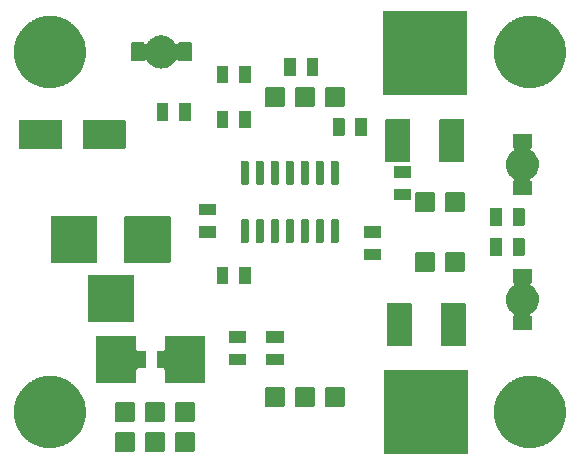
<source format=gbr>
G04 #@! TF.GenerationSoftware,KiCad,Pcbnew,5.99.0-unknown-d20d310~100~ubuntu19.10.1*
G04 #@! TF.CreationDate,2019-12-12T13:36:00+01:00*
G04 #@! TF.ProjectId,DEWHEAT,44455748-4541-4542-9e6b-696361645f70,rev?*
G04 #@! TF.SameCoordinates,Original*
G04 #@! TF.FileFunction,Soldermask,Top*
G04 #@! TF.FilePolarity,Negative*
%FSLAX46Y46*%
G04 Gerber Fmt 4.6, Leading zero omitted, Abs format (unit mm)*
G04 Created by KiCad (PCBNEW 5.99.0-unknown-d20d310~100~ubuntu19.10.1) date 2019-12-12 13:36:00*
%MOMM*%
%LPD*%
G04 APERTURE LIST*
G04 APERTURE END LIST*
G36*
X106489899Y-80271959D02*
G01*
X106506769Y-80283231D01*
X106518041Y-80300101D01*
X106524448Y-80332312D01*
X106524448Y-87307688D01*
X106521999Y-87320000D01*
X106518041Y-87339899D01*
X106506769Y-87356769D01*
X106489899Y-87368041D01*
X106470000Y-87371999D01*
X106457688Y-87374448D01*
X99482312Y-87374448D01*
X99450101Y-87368041D01*
X99433231Y-87356769D01*
X99421959Y-87339899D01*
X99415552Y-87307688D01*
X99415552Y-80332312D01*
X99421959Y-80300101D01*
X99433231Y-80283231D01*
X99450101Y-80271959D01*
X99482312Y-80265552D01*
X106457688Y-80265552D01*
X106489899Y-80271959D01*
G37*
G36*
X83331899Y-85549959D02*
G01*
X83348769Y-85561231D01*
X83360041Y-85578101D01*
X83366448Y-85610312D01*
X83366448Y-87109688D01*
X83363999Y-87122000D01*
X83360041Y-87141899D01*
X83348769Y-87158769D01*
X83331899Y-87170041D01*
X83312000Y-87173999D01*
X83299688Y-87176448D01*
X81800312Y-87176448D01*
X81768101Y-87170041D01*
X81751231Y-87158769D01*
X81739959Y-87141899D01*
X81733552Y-87109688D01*
X81733552Y-85610312D01*
X81739959Y-85578101D01*
X81751231Y-85561231D01*
X81768101Y-85549959D01*
X81800312Y-85543552D01*
X83299688Y-85543552D01*
X83331899Y-85549959D01*
G37*
G36*
X80791899Y-85549959D02*
G01*
X80808769Y-85561231D01*
X80820041Y-85578101D01*
X80826448Y-85610312D01*
X80826448Y-87109688D01*
X80823999Y-87122000D01*
X80820041Y-87141899D01*
X80808769Y-87158769D01*
X80791899Y-87170041D01*
X80772000Y-87173999D01*
X80759688Y-87176448D01*
X79260312Y-87176448D01*
X79228101Y-87170041D01*
X79211231Y-87158769D01*
X79199959Y-87141899D01*
X79193552Y-87109688D01*
X79193552Y-85610312D01*
X79199959Y-85578101D01*
X79211231Y-85561231D01*
X79228101Y-85549959D01*
X79260312Y-85543552D01*
X80759688Y-85543552D01*
X80791899Y-85549959D01*
G37*
G36*
X78251899Y-85549959D02*
G01*
X78268769Y-85561231D01*
X78280041Y-85578101D01*
X78286448Y-85610312D01*
X78286448Y-87109688D01*
X78283999Y-87122000D01*
X78280041Y-87141899D01*
X78268769Y-87158769D01*
X78251899Y-87170041D01*
X78232000Y-87173999D01*
X78219688Y-87176448D01*
X76720312Y-87176448D01*
X76688101Y-87170041D01*
X76671231Y-87158769D01*
X76659959Y-87141899D01*
X76653552Y-87109688D01*
X76653552Y-85610312D01*
X76659959Y-85578101D01*
X76671231Y-85561231D01*
X76688101Y-85549959D01*
X76720312Y-85543552D01*
X78219688Y-85543552D01*
X78251899Y-85549959D01*
G37*
G36*
X111918774Y-80769990D02*
G01*
X111951873Y-80770221D01*
X112087095Y-80786346D01*
X112227522Y-80799991D01*
X112260424Y-80807014D01*
X112290643Y-80810618D01*
X112425734Y-80842303D01*
X112566392Y-80872329D01*
X112595739Y-80882177D01*
X112622779Y-80888519D01*
X112755898Y-80935921D01*
X112894894Y-80982563D01*
X112920523Y-80994541D01*
X112944174Y-81002963D01*
X113073459Y-81066019D01*
X113208806Y-81129276D01*
X113230627Y-81142674D01*
X113250804Y-81152515D01*
X113374365Y-81230930D01*
X113504091Y-81310582D01*
X113522157Y-81324722D01*
X113538858Y-81335321D01*
X113654802Y-81428542D01*
X113776954Y-81524150D01*
X113791397Y-81538367D01*
X113804729Y-81549087D01*
X113911184Y-81656288D01*
X114023886Y-81767233D01*
X114034952Y-81780922D01*
X114045130Y-81791172D01*
X114140415Y-81911391D01*
X114241713Y-82036708D01*
X114249718Y-82049298D01*
X114257041Y-82058537D01*
X114339503Y-82190503D01*
X114427635Y-82329109D01*
X114432990Y-82340113D01*
X114437826Y-82347852D01*
X114505862Y-82489855D01*
X114579261Y-82640678D01*
X114582446Y-82649696D01*
X114585236Y-82655520D01*
X114637375Y-82805244D01*
X114694641Y-82967408D01*
X114696186Y-82974127D01*
X114697431Y-82977702D01*
X114732285Y-83131111D01*
X114772293Y-83305099D01*
X114772768Y-83309301D01*
X114773015Y-83310388D01*
X114788768Y-83450833D01*
X114811218Y-83649410D01*
X114810480Y-83681942D01*
X114804970Y-84076575D01*
X114800861Y-84105809D01*
X114800339Y-84128826D01*
X114777279Y-84273604D01*
X114757612Y-84413538D01*
X114750706Y-84440434D01*
X114745835Y-84471017D01*
X114707270Y-84609607D01*
X114672767Y-84743988D01*
X114661960Y-84772438D01*
X114652944Y-84804838D01*
X114599986Y-84935584D01*
X114551621Y-85062907D01*
X114536491Y-85092346D01*
X114522861Y-85125998D01*
X114456749Y-85247509D01*
X114395675Y-85366346D01*
X114375886Y-85396131D01*
X114357258Y-85430368D01*
X114279397Y-85541359D01*
X114206886Y-85650496D01*
X114182184Y-85679934D01*
X114158263Y-85714034D01*
X114070132Y-85813473D01*
X113987589Y-85911844D01*
X113957838Y-85940176D01*
X113928436Y-85973350D01*
X113831632Y-86060360D01*
X113740524Y-86147121D01*
X113705680Y-86173569D01*
X113670731Y-86204982D01*
X113566925Y-86278889D01*
X113468790Y-86353378D01*
X113428926Y-86377141D01*
X113388461Y-86405952D01*
X113279312Y-86466330D01*
X113175742Y-86528070D01*
X113131054Y-86548341D01*
X113085255Y-86573676D01*
X112972490Y-86620269D01*
X112865058Y-86669003D01*
X112815853Y-86684991D01*
X112765011Y-86705998D01*
X112650276Y-86738789D01*
X112540594Y-86774427D01*
X112487318Y-86785363D01*
X112431846Y-86801217D01*
X112316793Y-86820367D01*
X112206407Y-86843026D01*
X112149592Y-86848197D01*
X112090044Y-86858108D01*
X111976246Y-86863972D01*
X111866645Y-86873947D01*
X111806955Y-86872697D01*
X111743999Y-86875941D01*
X111632945Y-86869052D01*
X111525558Y-86866802D01*
X111463750Y-86858555D01*
X111398159Y-86854486D01*
X111291251Y-86835539D01*
X111187398Y-86821682D01*
X111124308Y-86805952D01*
X111056972Y-86794018D01*
X110955471Y-86763856D01*
X110856370Y-86739147D01*
X110792941Y-86715558D01*
X110724823Y-86695316D01*
X110629871Y-86654913D01*
X110536610Y-86620230D01*
X110473822Y-86588513D01*
X110405982Y-86559647D01*
X110318551Y-86510080D01*
X110232101Y-86466411D01*
X110171024Y-86426443D01*
X110104549Y-86388757D01*
X110025445Y-86331179D01*
X109946619Y-86279597D01*
X109888335Y-86231380D01*
X109824399Y-86184843D01*
X109754307Y-86120503D01*
X109683763Y-86062144D01*
X109629374Y-86005822D01*
X109569133Y-85950525D01*
X109508518Y-85880672D01*
X109446765Y-85816725D01*
X109397377Y-85752593D01*
X109342034Y-85688816D01*
X109291237Y-85614768D01*
X109238613Y-85546434D01*
X109195309Y-85474930D01*
X109146021Y-85403082D01*
X109105183Y-85326115D01*
X109061878Y-85254610D01*
X109025702Y-85176317D01*
X108983614Y-85096995D01*
X108952736Y-85018406D01*
X108918783Y-84944924D01*
X108890719Y-84860560D01*
X108856902Y-84774490D01*
X108835810Y-84695497D01*
X108811092Y-84621193D01*
X108792056Y-84531635D01*
X108767512Y-84439715D01*
X108755891Y-84361488D01*
X108740163Y-84287495D01*
X108730971Y-84193746D01*
X108716594Y-84096972D01*
X108713994Y-84020606D01*
X108706872Y-83947970D01*
X108708224Y-83851127D01*
X108704804Y-83750668D01*
X108710653Y-83677168D01*
X108711635Y-83606832D01*
X108724105Y-83508120D01*
X108732291Y-83405256D01*
X108745911Y-83335512D01*
X108754393Y-83268371D01*
X108778408Y-83169105D01*
X108798704Y-83065175D01*
X108819327Y-82999967D01*
X108834614Y-82936777D01*
X108870447Y-82838326D01*
X108903189Y-82734799D01*
X108929973Y-82674783D01*
X108951300Y-82616187D01*
X108999059Y-82519975D01*
X109044401Y-82418375D01*
X109076438Y-82364096D01*
X109102989Y-82310608D01*
X109162616Y-82218085D01*
X109220526Y-82119970D01*
X109256896Y-82071793D01*
X109287801Y-82023838D01*
X109359030Y-81936502D01*
X109429299Y-81843421D01*
X109469039Y-81801617D01*
X109503422Y-81759459D01*
X109585836Y-81678754D01*
X109668036Y-81592284D01*
X109710205Y-81556963D01*
X109747171Y-81520763D01*
X109840137Y-81448130D01*
X109933668Y-81369787D01*
X109977331Y-81340942D01*
X110016003Y-81310728D01*
X110118721Y-81247536D01*
X110222780Y-81178791D01*
X110267050Y-81156283D01*
X110306588Y-81131959D01*
X110418086Y-81079492D01*
X110531654Y-81021751D01*
X110575679Y-81005334D01*
X110615271Y-80986704D01*
X110734391Y-80946152D01*
X110856321Y-80900686D01*
X110899335Y-80890001D01*
X110938231Y-80876760D01*
X111063659Y-80849183D01*
X111192606Y-80817152D01*
X111233905Y-80811752D01*
X111271435Y-80803500D01*
X111401743Y-80789804D01*
X111536185Y-80772224D01*
X111575159Y-80771578D01*
X111610722Y-80767840D01*
X111744331Y-80768772D01*
X111882642Y-80766479D01*
X111918774Y-80769990D01*
G37*
G36*
X71278774Y-80769990D02*
G01*
X71311873Y-80770221D01*
X71447095Y-80786346D01*
X71587522Y-80799991D01*
X71620424Y-80807014D01*
X71650643Y-80810618D01*
X71785734Y-80842303D01*
X71926392Y-80872329D01*
X71955739Y-80882177D01*
X71982779Y-80888519D01*
X72115898Y-80935921D01*
X72254894Y-80982563D01*
X72280523Y-80994541D01*
X72304174Y-81002963D01*
X72433459Y-81066019D01*
X72568806Y-81129276D01*
X72590627Y-81142674D01*
X72610804Y-81152515D01*
X72734365Y-81230930D01*
X72864091Y-81310582D01*
X72882157Y-81324722D01*
X72898858Y-81335321D01*
X73014802Y-81428542D01*
X73136954Y-81524150D01*
X73151397Y-81538367D01*
X73164729Y-81549087D01*
X73271184Y-81656288D01*
X73383886Y-81767233D01*
X73394952Y-81780922D01*
X73405130Y-81791172D01*
X73500415Y-81911391D01*
X73601713Y-82036708D01*
X73609718Y-82049298D01*
X73617041Y-82058537D01*
X73699503Y-82190503D01*
X73787635Y-82329109D01*
X73792990Y-82340113D01*
X73797826Y-82347852D01*
X73865862Y-82489855D01*
X73939261Y-82640678D01*
X73942446Y-82649696D01*
X73945236Y-82655520D01*
X73997375Y-82805244D01*
X74054641Y-82967408D01*
X74056186Y-82974127D01*
X74057431Y-82977702D01*
X74092285Y-83131111D01*
X74132293Y-83305099D01*
X74132768Y-83309301D01*
X74133015Y-83310388D01*
X74148768Y-83450833D01*
X74171218Y-83649410D01*
X74170480Y-83681942D01*
X74164970Y-84076575D01*
X74160861Y-84105809D01*
X74160339Y-84128826D01*
X74137279Y-84273604D01*
X74117612Y-84413538D01*
X74110706Y-84440434D01*
X74105835Y-84471017D01*
X74067270Y-84609607D01*
X74032767Y-84743988D01*
X74021960Y-84772438D01*
X74012944Y-84804838D01*
X73959986Y-84935584D01*
X73911621Y-85062907D01*
X73896491Y-85092346D01*
X73882861Y-85125998D01*
X73816749Y-85247509D01*
X73755675Y-85366346D01*
X73735886Y-85396131D01*
X73717258Y-85430368D01*
X73639397Y-85541359D01*
X73566886Y-85650496D01*
X73542184Y-85679934D01*
X73518263Y-85714034D01*
X73430132Y-85813473D01*
X73347589Y-85911844D01*
X73317838Y-85940176D01*
X73288436Y-85973350D01*
X73191632Y-86060360D01*
X73100524Y-86147121D01*
X73065680Y-86173569D01*
X73030731Y-86204982D01*
X72926925Y-86278889D01*
X72828790Y-86353378D01*
X72788926Y-86377141D01*
X72748461Y-86405952D01*
X72639312Y-86466330D01*
X72535742Y-86528070D01*
X72491054Y-86548341D01*
X72445255Y-86573676D01*
X72332490Y-86620269D01*
X72225058Y-86669003D01*
X72175853Y-86684991D01*
X72125011Y-86705998D01*
X72010276Y-86738789D01*
X71900594Y-86774427D01*
X71847318Y-86785363D01*
X71791846Y-86801217D01*
X71676793Y-86820367D01*
X71566407Y-86843026D01*
X71509592Y-86848197D01*
X71450044Y-86858108D01*
X71336246Y-86863972D01*
X71226645Y-86873947D01*
X71166955Y-86872697D01*
X71103999Y-86875941D01*
X70992945Y-86869052D01*
X70885558Y-86866802D01*
X70823750Y-86858555D01*
X70758159Y-86854486D01*
X70651251Y-86835539D01*
X70547398Y-86821682D01*
X70484308Y-86805952D01*
X70416972Y-86794018D01*
X70315471Y-86763856D01*
X70216370Y-86739147D01*
X70152941Y-86715558D01*
X70084823Y-86695316D01*
X69989871Y-86654913D01*
X69896610Y-86620230D01*
X69833822Y-86588513D01*
X69765982Y-86559647D01*
X69678551Y-86510080D01*
X69592101Y-86466411D01*
X69531024Y-86426443D01*
X69464549Y-86388757D01*
X69385445Y-86331179D01*
X69306619Y-86279597D01*
X69248335Y-86231380D01*
X69184399Y-86184843D01*
X69114307Y-86120503D01*
X69043763Y-86062144D01*
X68989374Y-86005822D01*
X68929133Y-85950525D01*
X68868518Y-85880672D01*
X68806765Y-85816725D01*
X68757377Y-85752593D01*
X68702034Y-85688816D01*
X68651237Y-85614768D01*
X68598613Y-85546434D01*
X68555309Y-85474930D01*
X68506021Y-85403082D01*
X68465183Y-85326115D01*
X68421878Y-85254610D01*
X68385702Y-85176317D01*
X68343614Y-85096995D01*
X68312736Y-85018406D01*
X68278783Y-84944924D01*
X68250719Y-84860560D01*
X68216902Y-84774490D01*
X68195810Y-84695497D01*
X68171092Y-84621193D01*
X68152056Y-84531635D01*
X68127512Y-84439715D01*
X68115891Y-84361488D01*
X68100163Y-84287495D01*
X68090971Y-84193746D01*
X68076594Y-84096972D01*
X68073994Y-84020606D01*
X68066872Y-83947970D01*
X68068224Y-83851127D01*
X68064804Y-83750668D01*
X68070653Y-83677168D01*
X68071635Y-83606832D01*
X68084105Y-83508120D01*
X68092291Y-83405256D01*
X68105911Y-83335512D01*
X68114393Y-83268371D01*
X68138408Y-83169105D01*
X68158704Y-83065175D01*
X68179327Y-82999967D01*
X68194614Y-82936777D01*
X68230447Y-82838326D01*
X68263189Y-82734799D01*
X68289973Y-82674783D01*
X68311300Y-82616187D01*
X68359059Y-82519975D01*
X68404401Y-82418375D01*
X68436438Y-82364096D01*
X68462989Y-82310608D01*
X68522616Y-82218085D01*
X68580526Y-82119970D01*
X68616896Y-82071793D01*
X68647801Y-82023838D01*
X68719030Y-81936502D01*
X68789299Y-81843421D01*
X68829039Y-81801617D01*
X68863422Y-81759459D01*
X68945836Y-81678754D01*
X69028036Y-81592284D01*
X69070205Y-81556963D01*
X69107171Y-81520763D01*
X69200137Y-81448130D01*
X69293668Y-81369787D01*
X69337331Y-81340942D01*
X69376003Y-81310728D01*
X69478721Y-81247536D01*
X69582780Y-81178791D01*
X69627050Y-81156283D01*
X69666588Y-81131959D01*
X69778086Y-81079492D01*
X69891654Y-81021751D01*
X69935679Y-81005334D01*
X69975271Y-80986704D01*
X70094391Y-80946152D01*
X70216321Y-80900686D01*
X70259335Y-80890001D01*
X70298231Y-80876760D01*
X70423659Y-80849183D01*
X70552606Y-80817152D01*
X70593905Y-80811752D01*
X70631435Y-80803500D01*
X70761743Y-80789804D01*
X70896185Y-80772224D01*
X70935159Y-80771578D01*
X70970722Y-80767840D01*
X71104331Y-80768772D01*
X71242642Y-80766479D01*
X71278774Y-80769990D01*
G37*
G36*
X83331899Y-83009959D02*
G01*
X83348769Y-83021231D01*
X83360041Y-83038101D01*
X83366448Y-83070312D01*
X83366448Y-84569688D01*
X83363999Y-84582000D01*
X83360041Y-84601899D01*
X83348769Y-84618769D01*
X83331899Y-84630041D01*
X83312000Y-84633999D01*
X83299688Y-84636448D01*
X81800312Y-84636448D01*
X81768101Y-84630041D01*
X81751231Y-84618769D01*
X81739959Y-84601899D01*
X81733552Y-84569688D01*
X81733552Y-83070312D01*
X81739959Y-83038101D01*
X81751231Y-83021231D01*
X81768101Y-83009959D01*
X81800312Y-83003552D01*
X83299688Y-83003552D01*
X83331899Y-83009959D01*
G37*
G36*
X80791899Y-83009959D02*
G01*
X80808769Y-83021231D01*
X80820041Y-83038101D01*
X80826448Y-83070312D01*
X80826448Y-84569688D01*
X80823999Y-84582000D01*
X80820041Y-84601899D01*
X80808769Y-84618769D01*
X80791899Y-84630041D01*
X80772000Y-84633999D01*
X80759688Y-84636448D01*
X79260312Y-84636448D01*
X79228101Y-84630041D01*
X79211231Y-84618769D01*
X79199959Y-84601899D01*
X79193552Y-84569688D01*
X79193552Y-83070312D01*
X79199959Y-83038101D01*
X79211231Y-83021231D01*
X79228101Y-83009959D01*
X79260312Y-83003552D01*
X80759688Y-83003552D01*
X80791899Y-83009959D01*
G37*
G36*
X78251899Y-83009959D02*
G01*
X78268769Y-83021231D01*
X78280041Y-83038101D01*
X78286448Y-83070312D01*
X78286448Y-84569688D01*
X78283999Y-84582000D01*
X78280041Y-84601899D01*
X78268769Y-84618769D01*
X78251899Y-84630041D01*
X78232000Y-84633999D01*
X78219688Y-84636448D01*
X76720312Y-84636448D01*
X76688101Y-84630041D01*
X76671231Y-84618769D01*
X76659959Y-84601899D01*
X76653552Y-84569688D01*
X76653552Y-83070312D01*
X76659959Y-83038101D01*
X76671231Y-83021231D01*
X76688101Y-83009959D01*
X76720312Y-83003552D01*
X78219688Y-83003552D01*
X78251899Y-83009959D01*
G37*
G36*
X96031899Y-81739959D02*
G01*
X96048769Y-81751231D01*
X96060041Y-81768101D01*
X96066448Y-81800312D01*
X96066448Y-83299688D01*
X96063999Y-83312000D01*
X96060041Y-83331899D01*
X96048769Y-83348769D01*
X96031899Y-83360041D01*
X96012000Y-83363999D01*
X95999688Y-83366448D01*
X94500312Y-83366448D01*
X94468101Y-83360041D01*
X94451231Y-83348769D01*
X94439959Y-83331899D01*
X94433552Y-83299688D01*
X94433552Y-81800312D01*
X94439959Y-81768101D01*
X94451231Y-81751231D01*
X94468101Y-81739959D01*
X94500312Y-81733552D01*
X95999688Y-81733552D01*
X96031899Y-81739959D01*
G37*
G36*
X90951899Y-81739959D02*
G01*
X90968769Y-81751231D01*
X90980041Y-81768101D01*
X90986448Y-81800312D01*
X90986448Y-83299688D01*
X90983999Y-83312000D01*
X90980041Y-83331899D01*
X90968769Y-83348769D01*
X90951899Y-83360041D01*
X90932000Y-83363999D01*
X90919688Y-83366448D01*
X89420312Y-83366448D01*
X89388101Y-83360041D01*
X89371231Y-83348769D01*
X89359959Y-83331899D01*
X89353552Y-83299688D01*
X89353552Y-81800312D01*
X89359959Y-81768101D01*
X89371231Y-81751231D01*
X89388101Y-81739959D01*
X89420312Y-81733552D01*
X90919688Y-81733552D01*
X90951899Y-81739959D01*
G37*
G36*
X93491899Y-81739959D02*
G01*
X93508769Y-81751231D01*
X93520041Y-81768101D01*
X93526448Y-81800312D01*
X93526448Y-83299688D01*
X93523999Y-83312000D01*
X93520041Y-83331899D01*
X93508769Y-83348769D01*
X93491899Y-83360041D01*
X93472000Y-83363999D01*
X93459688Y-83366448D01*
X91960312Y-83366448D01*
X91928101Y-83360041D01*
X91911231Y-83348769D01*
X91899959Y-83331899D01*
X91893552Y-83299688D01*
X91893552Y-81800312D01*
X91899959Y-81768101D01*
X91911231Y-81751231D01*
X91928101Y-81739959D01*
X91960312Y-81733552D01*
X93459688Y-81733552D01*
X93491899Y-81739959D01*
G37*
G36*
X84234899Y-77421959D02*
G01*
X84251769Y-77433231D01*
X84263041Y-77450101D01*
X84269448Y-77482312D01*
X84269448Y-81267688D01*
X84266999Y-81280000D01*
X84263041Y-81299899D01*
X84251769Y-81316769D01*
X84234899Y-81328041D01*
X84215000Y-81331999D01*
X84202688Y-81334448D01*
X80897312Y-81334448D01*
X80865101Y-81328041D01*
X80848231Y-81316769D01*
X80836959Y-81299899D01*
X80830552Y-81267688D01*
X80830552Y-80252947D01*
X80810709Y-80185367D01*
X80757479Y-80139244D01*
X80705553Y-80127948D01*
X80212812Y-80127948D01*
X80180601Y-80121541D01*
X80163731Y-80110269D01*
X80152459Y-80093399D01*
X80146052Y-80061188D01*
X80146052Y-78688812D01*
X80152459Y-78656601D01*
X80163731Y-78639731D01*
X80180601Y-78628459D01*
X80212812Y-78622052D01*
X80705553Y-78622052D01*
X80773133Y-78602209D01*
X80819256Y-78548979D01*
X80830552Y-78497053D01*
X80830552Y-77482312D01*
X80836959Y-77450101D01*
X80848231Y-77433231D01*
X80865101Y-77421959D01*
X80897312Y-77415552D01*
X84202688Y-77415552D01*
X84234899Y-77421959D01*
G37*
G36*
X78414899Y-77421959D02*
G01*
X78431769Y-77433231D01*
X78443041Y-77450101D01*
X78449448Y-77482312D01*
X78449448Y-78497053D01*
X78469291Y-78564633D01*
X78522521Y-78610756D01*
X78574447Y-78622052D01*
X79172188Y-78622052D01*
X79204399Y-78628459D01*
X79221269Y-78639731D01*
X79232541Y-78656601D01*
X79238948Y-78688812D01*
X79238948Y-80061188D01*
X79236499Y-80073500D01*
X79232541Y-80093399D01*
X79221269Y-80110269D01*
X79204399Y-80121541D01*
X79184500Y-80125499D01*
X79172188Y-80127948D01*
X78574447Y-80127948D01*
X78506867Y-80147791D01*
X78460744Y-80201021D01*
X78449448Y-80252947D01*
X78449448Y-81267688D01*
X78446999Y-81280000D01*
X78443041Y-81299899D01*
X78431769Y-81316769D01*
X78414899Y-81328041D01*
X78395000Y-81331999D01*
X78382688Y-81334448D01*
X75077312Y-81334448D01*
X75045101Y-81328041D01*
X75028231Y-81316769D01*
X75016959Y-81299899D01*
X75010552Y-81267688D01*
X75010552Y-77482312D01*
X75016959Y-77450101D01*
X75028231Y-77433231D01*
X75045101Y-77421959D01*
X75077312Y-77415552D01*
X78382688Y-77415552D01*
X78414899Y-77421959D01*
G37*
G36*
X87713399Y-78882459D02*
G01*
X87730269Y-78893731D01*
X87741541Y-78910601D01*
X87747948Y-78942812D01*
X87747948Y-79807188D01*
X87745499Y-79819500D01*
X87741541Y-79839399D01*
X87730269Y-79856269D01*
X87713399Y-79867541D01*
X87693500Y-79871499D01*
X87681188Y-79873948D01*
X86308812Y-79873948D01*
X86276601Y-79867541D01*
X86259731Y-79856269D01*
X86248459Y-79839399D01*
X86242052Y-79807188D01*
X86242052Y-78942812D01*
X86248459Y-78910601D01*
X86259731Y-78893731D01*
X86276601Y-78882459D01*
X86308812Y-78876052D01*
X87681188Y-78876052D01*
X87713399Y-78882459D01*
G37*
G36*
X90888399Y-78882459D02*
G01*
X90905269Y-78893731D01*
X90916541Y-78910601D01*
X90922948Y-78942812D01*
X90922948Y-79807188D01*
X90920499Y-79819500D01*
X90916541Y-79839399D01*
X90905269Y-79856269D01*
X90888399Y-79867541D01*
X90868500Y-79871499D01*
X90856188Y-79873948D01*
X89483812Y-79873948D01*
X89451601Y-79867541D01*
X89434731Y-79856269D01*
X89423459Y-79839399D01*
X89417052Y-79807188D01*
X89417052Y-78942812D01*
X89423459Y-78910601D01*
X89434731Y-78893731D01*
X89451601Y-78882459D01*
X89483812Y-78876052D01*
X90856188Y-78876052D01*
X90888399Y-78882459D01*
G37*
G36*
X106289899Y-74621959D02*
G01*
X106306769Y-74633231D01*
X106318041Y-74650101D01*
X106324448Y-74682312D01*
X106324448Y-78157688D01*
X106321999Y-78170000D01*
X106318041Y-78189899D01*
X106306769Y-78206769D01*
X106289899Y-78218041D01*
X106270000Y-78221999D01*
X106257688Y-78224448D01*
X104282312Y-78224448D01*
X104250101Y-78218041D01*
X104233231Y-78206769D01*
X104221959Y-78189899D01*
X104215552Y-78157688D01*
X104215552Y-74682312D01*
X104221959Y-74650101D01*
X104233231Y-74633231D01*
X104250101Y-74621959D01*
X104282312Y-74615552D01*
X106257688Y-74615552D01*
X106289899Y-74621959D01*
G37*
G36*
X101709899Y-74621959D02*
G01*
X101726769Y-74633231D01*
X101738041Y-74650101D01*
X101744448Y-74682312D01*
X101744448Y-78157688D01*
X101741999Y-78170000D01*
X101738041Y-78189899D01*
X101726769Y-78206769D01*
X101709899Y-78218041D01*
X101690000Y-78221999D01*
X101677688Y-78224448D01*
X99702312Y-78224448D01*
X99670101Y-78218041D01*
X99653231Y-78206769D01*
X99641959Y-78189899D01*
X99635552Y-78157688D01*
X99635552Y-74682312D01*
X99641959Y-74650101D01*
X99653231Y-74633231D01*
X99670101Y-74621959D01*
X99702312Y-74615552D01*
X101677688Y-74615552D01*
X101709899Y-74621959D01*
G37*
G36*
X90888399Y-76977459D02*
G01*
X90905269Y-76988731D01*
X90916541Y-77005601D01*
X90922948Y-77037812D01*
X90922948Y-77902188D01*
X90920499Y-77914500D01*
X90916541Y-77934399D01*
X90905269Y-77951269D01*
X90888399Y-77962541D01*
X90868500Y-77966499D01*
X90856188Y-77968948D01*
X89483812Y-77968948D01*
X89451601Y-77962541D01*
X89434731Y-77951269D01*
X89423459Y-77934399D01*
X89417052Y-77902188D01*
X89417052Y-77037812D01*
X89423459Y-77005601D01*
X89434731Y-76988731D01*
X89451601Y-76977459D01*
X89483812Y-76971052D01*
X90856188Y-76971052D01*
X90888399Y-76977459D01*
G37*
G36*
X87713399Y-76977459D02*
G01*
X87730269Y-76988731D01*
X87741541Y-77005601D01*
X87747948Y-77037812D01*
X87747948Y-77902188D01*
X87745499Y-77914500D01*
X87741541Y-77934399D01*
X87730269Y-77951269D01*
X87713399Y-77962541D01*
X87693500Y-77966499D01*
X87681188Y-77968948D01*
X86308812Y-77968948D01*
X86276601Y-77962541D01*
X86259731Y-77951269D01*
X86248459Y-77934399D01*
X86242052Y-77902188D01*
X86242052Y-77037812D01*
X86248459Y-77005601D01*
X86259731Y-76988731D01*
X86276601Y-76977459D01*
X86308812Y-76971052D01*
X87681188Y-76971052D01*
X87713399Y-76977459D01*
G37*
G36*
X111894899Y-71721959D02*
G01*
X111911769Y-71733231D01*
X111923041Y-71750101D01*
X111929448Y-71782312D01*
X111929448Y-72807688D01*
X111923041Y-72839899D01*
X111911769Y-72856769D01*
X111889894Y-72871385D01*
X111834730Y-72900243D01*
X111799879Y-72961448D01*
X111803650Y-73031780D01*
X111850190Y-73092835D01*
X111894997Y-73123977D01*
X111965300Y-73167651D01*
X111992420Y-73191687D01*
X112017149Y-73208874D01*
X112076713Y-73266394D01*
X112143233Y-73325350D01*
X112162079Y-73348832D01*
X112179327Y-73365488D01*
X112232597Y-73436696D01*
X112292051Y-73510774D01*
X112303689Y-73531726D01*
X112314376Y-73546012D01*
X112358429Y-73630277D01*
X112407500Y-73718622D01*
X112413405Y-73735436D01*
X112418823Y-73745800D01*
X112450765Y-73841820D01*
X112486279Y-73942949D01*
X112488238Y-73954468D01*
X112489988Y-73959730D01*
X112507172Y-74065827D01*
X112526134Y-74177344D01*
X112523362Y-74441974D01*
X112502096Y-74552929D01*
X112482668Y-74658785D01*
X112480804Y-74664020D01*
X112478607Y-74675482D01*
X112441015Y-74775760D01*
X112407040Y-74871172D01*
X112401403Y-74881425D01*
X112395148Y-74898111D01*
X112344233Y-74985417D01*
X112298428Y-75068735D01*
X112287446Y-75082791D01*
X112275372Y-75103495D01*
X112214378Y-75176315D01*
X112159630Y-75246388D01*
X112142038Y-75262678D01*
X112122703Y-75285762D01*
X112054965Y-75343310D01*
X111994208Y-75399571D01*
X111969120Y-75416239D01*
X111941506Y-75439699D01*
X111870311Y-75481888D01*
X111850181Y-75495262D01*
X111804873Y-75549187D01*
X111795913Y-75619048D01*
X111826144Y-75682662D01*
X111894636Y-75721783D01*
X111911769Y-75733231D01*
X111923041Y-75750101D01*
X111929448Y-75782312D01*
X111929448Y-76807688D01*
X111926999Y-76820000D01*
X111923041Y-76839899D01*
X111911769Y-76856769D01*
X111894899Y-76868041D01*
X111875000Y-76871999D01*
X111862688Y-76874448D01*
X110387312Y-76874448D01*
X110355101Y-76868041D01*
X110338231Y-76856769D01*
X110326959Y-76839899D01*
X110320552Y-76807688D01*
X110320552Y-75782312D01*
X110326959Y-75750101D01*
X110338231Y-75733231D01*
X110355101Y-75721959D01*
X110356672Y-75721647D01*
X110419081Y-75689000D01*
X110453933Y-75627795D01*
X110450162Y-75557464D01*
X110401125Y-75497586D01*
X110371593Y-75482180D01*
X110339819Y-75458018D01*
X110310787Y-75440712D01*
X110250161Y-75389841D01*
X110182337Y-75338266D01*
X110159275Y-75313578D01*
X110138083Y-75295796D01*
X110082378Y-75231261D01*
X110020034Y-75164522D01*
X110004830Y-75141419D01*
X109990769Y-75125130D01*
X109942889Y-75047303D01*
X109889326Y-74965916D01*
X109880698Y-74946214D01*
X109872635Y-74933108D01*
X109835454Y-74842901D01*
X109793950Y-74748127D01*
X109790247Y-74733221D01*
X109786724Y-74724673D01*
X109763028Y-74623643D01*
X109736632Y-74517381D01*
X109735949Y-74508191D01*
X109735243Y-74505181D01*
X109727554Y-74395219D01*
X109719012Y-74280276D01*
X109729980Y-74165318D01*
X109739951Y-74055758D01*
X109740718Y-74052769D01*
X109741594Y-74043592D01*
X109770231Y-73937825D01*
X109796018Y-73837391D01*
X109799716Y-73828928D01*
X109803731Y-73814097D01*
X109847214Y-73720206D01*
X109886273Y-73630804D01*
X109894611Y-73617866D01*
X109903648Y-73598353D01*
X109958893Y-73518120D01*
X110008403Y-73441297D01*
X110022804Y-73425303D01*
X110038486Y-73402528D01*
X110102201Y-73337123D01*
X110159258Y-73273754D01*
X110180822Y-73256416D01*
X110204392Y-73232221D01*
X110273275Y-73182083D01*
X110334957Y-73132489D01*
X110364346Y-73115794D01*
X110396620Y-73092302D01*
X110403154Y-73089066D01*
X110442068Y-73048820D01*
X110455880Y-72979755D01*
X110430160Y-72914187D01*
X110355757Y-72868171D01*
X110355101Y-72868041D01*
X110338231Y-72856769D01*
X110326959Y-72839899D01*
X110323001Y-72820000D01*
X110320552Y-72807688D01*
X110320552Y-71782312D01*
X110326959Y-71750101D01*
X110338231Y-71733231D01*
X110355101Y-71721959D01*
X110387312Y-71715552D01*
X111862688Y-71715552D01*
X111894899Y-71721959D01*
G37*
G36*
X78199899Y-72261959D02*
G01*
X78216769Y-72273231D01*
X78228041Y-72290101D01*
X78234448Y-72322312D01*
X78234448Y-76107688D01*
X78231999Y-76120000D01*
X78228041Y-76139899D01*
X78216769Y-76156769D01*
X78199899Y-76168041D01*
X78180000Y-76171999D01*
X78167688Y-76174448D01*
X74382312Y-76174448D01*
X74350101Y-76168041D01*
X74333231Y-76156769D01*
X74321959Y-76139899D01*
X74315552Y-76107688D01*
X74315552Y-72322312D01*
X74321959Y-72290101D01*
X74333231Y-72273231D01*
X74350101Y-72261959D01*
X74382312Y-72255552D01*
X78167688Y-72255552D01*
X78199899Y-72261959D01*
G37*
G36*
X86189399Y-71516459D02*
G01*
X86206269Y-71527731D01*
X86217541Y-71544601D01*
X86223948Y-71576812D01*
X86223948Y-72949188D01*
X86221499Y-72961500D01*
X86217541Y-72981399D01*
X86206269Y-72998269D01*
X86189399Y-73009541D01*
X86169500Y-73013499D01*
X86157188Y-73015948D01*
X85292812Y-73015948D01*
X85260601Y-73009541D01*
X85243731Y-72998269D01*
X85232459Y-72981399D01*
X85226052Y-72949188D01*
X85226052Y-71576812D01*
X85232459Y-71544601D01*
X85243731Y-71527731D01*
X85260601Y-71516459D01*
X85292812Y-71510052D01*
X86157188Y-71510052D01*
X86189399Y-71516459D01*
G37*
G36*
X88094399Y-71516459D02*
G01*
X88111269Y-71527731D01*
X88122541Y-71544601D01*
X88128948Y-71576812D01*
X88128948Y-72949188D01*
X88126499Y-72961500D01*
X88122541Y-72981399D01*
X88111269Y-72998269D01*
X88094399Y-73009541D01*
X88074500Y-73013499D01*
X88062188Y-73015948D01*
X87197812Y-73015948D01*
X87165601Y-73009541D01*
X87148731Y-72998269D01*
X87137459Y-72981399D01*
X87131052Y-72949188D01*
X87131052Y-71576812D01*
X87137459Y-71544601D01*
X87148731Y-71527731D01*
X87165601Y-71516459D01*
X87197812Y-71510052D01*
X88062188Y-71510052D01*
X88094399Y-71516459D01*
G37*
G36*
X103651899Y-70309959D02*
G01*
X103668769Y-70321231D01*
X103680041Y-70338101D01*
X103686448Y-70370312D01*
X103686448Y-71869688D01*
X103683999Y-71882000D01*
X103680041Y-71901899D01*
X103668769Y-71918769D01*
X103651899Y-71930041D01*
X103632000Y-71933999D01*
X103619688Y-71936448D01*
X102120312Y-71936448D01*
X102088101Y-71930041D01*
X102071231Y-71918769D01*
X102059959Y-71901899D01*
X102053552Y-71869688D01*
X102053552Y-70370312D01*
X102059959Y-70338101D01*
X102071231Y-70321231D01*
X102088101Y-70309959D01*
X102120312Y-70303552D01*
X103619688Y-70303552D01*
X103651899Y-70309959D01*
G37*
G36*
X106191899Y-70309959D02*
G01*
X106208769Y-70321231D01*
X106220041Y-70338101D01*
X106226448Y-70370312D01*
X106226448Y-71869688D01*
X106223999Y-71882000D01*
X106220041Y-71901899D01*
X106208769Y-71918769D01*
X106191899Y-71930041D01*
X106172000Y-71933999D01*
X106159688Y-71936448D01*
X104660312Y-71936448D01*
X104628101Y-71930041D01*
X104611231Y-71918769D01*
X104599959Y-71901899D01*
X104593552Y-71869688D01*
X104593552Y-70370312D01*
X104599959Y-70338101D01*
X104611231Y-70321231D01*
X104628101Y-70309959D01*
X104660312Y-70303552D01*
X106159688Y-70303552D01*
X106191899Y-70309959D01*
G37*
G36*
X75099899Y-67261959D02*
G01*
X75116769Y-67273231D01*
X75128041Y-67290101D01*
X75134448Y-67322312D01*
X75134448Y-71107688D01*
X75131999Y-71120000D01*
X75128041Y-71139899D01*
X75116769Y-71156769D01*
X75099899Y-71168041D01*
X75080000Y-71171999D01*
X75067688Y-71174448D01*
X71282312Y-71174448D01*
X71250101Y-71168041D01*
X71233231Y-71156769D01*
X71221959Y-71139899D01*
X71215552Y-71107688D01*
X71215552Y-67322312D01*
X71221959Y-67290101D01*
X71233231Y-67273231D01*
X71250101Y-67261959D01*
X71282312Y-67255552D01*
X75067688Y-67255552D01*
X75099899Y-67261959D01*
G37*
G36*
X81299899Y-67261959D02*
G01*
X81316769Y-67273231D01*
X81328041Y-67290101D01*
X81334448Y-67322312D01*
X81334448Y-71107688D01*
X81331999Y-71120000D01*
X81328041Y-71139899D01*
X81316769Y-71156769D01*
X81299899Y-71168041D01*
X81280000Y-71171999D01*
X81267688Y-71174448D01*
X77482312Y-71174448D01*
X77450101Y-71168041D01*
X77433231Y-71156769D01*
X77421959Y-71139899D01*
X77415552Y-71107688D01*
X77415552Y-67322312D01*
X77421959Y-67290101D01*
X77433231Y-67273231D01*
X77450101Y-67261959D01*
X77482312Y-67255552D01*
X81267688Y-67255552D01*
X81299899Y-67261959D01*
G37*
G36*
X99143399Y-69992459D02*
G01*
X99160269Y-70003731D01*
X99171541Y-70020601D01*
X99177948Y-70052812D01*
X99177948Y-70917188D01*
X99175499Y-70929500D01*
X99171541Y-70949399D01*
X99160269Y-70966269D01*
X99143399Y-70977541D01*
X99123500Y-70981499D01*
X99111188Y-70983948D01*
X97738812Y-70983948D01*
X97706601Y-70977541D01*
X97689731Y-70966269D01*
X97678459Y-70949399D01*
X97672052Y-70917188D01*
X97672052Y-70052812D01*
X97678459Y-70020601D01*
X97689731Y-70003731D01*
X97706601Y-69992459D01*
X97738812Y-69986052D01*
X99111188Y-69986052D01*
X99143399Y-69992459D01*
G37*
G36*
X111271899Y-69103459D02*
G01*
X111288769Y-69114731D01*
X111300041Y-69131601D01*
X111306448Y-69163812D01*
X111306448Y-70536188D01*
X111303999Y-70548500D01*
X111300041Y-70568399D01*
X111288769Y-70585269D01*
X111271899Y-70596541D01*
X111252000Y-70600499D01*
X111239688Y-70602948D01*
X110375312Y-70602948D01*
X110343101Y-70596541D01*
X110326231Y-70585269D01*
X110314959Y-70568399D01*
X110308552Y-70536188D01*
X110308552Y-69163812D01*
X110314959Y-69131601D01*
X110326231Y-69114731D01*
X110343101Y-69103459D01*
X110375312Y-69097052D01*
X111239688Y-69097052D01*
X111271899Y-69103459D01*
G37*
G36*
X109366899Y-69103459D02*
G01*
X109383769Y-69114731D01*
X109395041Y-69131601D01*
X109401448Y-69163812D01*
X109401448Y-70536188D01*
X109398999Y-70548500D01*
X109395041Y-70568399D01*
X109383769Y-70585269D01*
X109366899Y-70596541D01*
X109347000Y-70600499D01*
X109334688Y-70602948D01*
X108470312Y-70602948D01*
X108438101Y-70596541D01*
X108421231Y-70585269D01*
X108409959Y-70568399D01*
X108403552Y-70536188D01*
X108403552Y-69163812D01*
X108409959Y-69131601D01*
X108421231Y-69114731D01*
X108438101Y-69103459D01*
X108470312Y-69097052D01*
X109334688Y-69097052D01*
X109366899Y-69103459D01*
G37*
G36*
X94126483Y-67488001D02*
G01*
X94127061Y-67488001D01*
X94131575Y-67488899D01*
X94197492Y-67500522D01*
X94201426Y-67502793D01*
X94205487Y-67503601D01*
X94222405Y-67514905D01*
X94258879Y-67535963D01*
X94265207Y-67543504D01*
X94271974Y-67548026D01*
X94283598Y-67565422D01*
X94300797Y-67585920D01*
X94303142Y-67594673D01*
X94316399Y-67614513D01*
X94331999Y-67692939D01*
X94331999Y-67702367D01*
X94333715Y-67708771D01*
X94333715Y-69326751D01*
X94331999Y-69336483D01*
X94331999Y-69337061D01*
X94331101Y-69341575D01*
X94319478Y-69407492D01*
X94317207Y-69411426D01*
X94316399Y-69415487D01*
X94305095Y-69432405D01*
X94284037Y-69468879D01*
X94276496Y-69475207D01*
X94271974Y-69481974D01*
X94254578Y-69493598D01*
X94234080Y-69510797D01*
X94225327Y-69513142D01*
X94205487Y-69526399D01*
X94127061Y-69541999D01*
X94117633Y-69541999D01*
X94111229Y-69543715D01*
X93843249Y-69543715D01*
X93833517Y-69541999D01*
X93832939Y-69541999D01*
X93828425Y-69541101D01*
X93762508Y-69529478D01*
X93758574Y-69527207D01*
X93754513Y-69526399D01*
X93737595Y-69515095D01*
X93701121Y-69494037D01*
X93694793Y-69486496D01*
X93688026Y-69481974D01*
X93676402Y-69464578D01*
X93659203Y-69444080D01*
X93656858Y-69435327D01*
X93643601Y-69415487D01*
X93628001Y-69337061D01*
X93628001Y-69327633D01*
X93626285Y-69321229D01*
X93626285Y-67703249D01*
X93628001Y-67693517D01*
X93628001Y-67692939D01*
X93628899Y-67688425D01*
X93640522Y-67622508D01*
X93642793Y-67618574D01*
X93643601Y-67614513D01*
X93654905Y-67597595D01*
X93675963Y-67561121D01*
X93683504Y-67554793D01*
X93688026Y-67548026D01*
X93705422Y-67536402D01*
X93725920Y-67519203D01*
X93734673Y-67516858D01*
X93754513Y-67503601D01*
X93832939Y-67488001D01*
X93842367Y-67488001D01*
X93848771Y-67486285D01*
X94116751Y-67486285D01*
X94126483Y-67488001D01*
G37*
G36*
X95396483Y-67488001D02*
G01*
X95397061Y-67488001D01*
X95401575Y-67488899D01*
X95467492Y-67500522D01*
X95471426Y-67502793D01*
X95475487Y-67503601D01*
X95492405Y-67514905D01*
X95528879Y-67535963D01*
X95535207Y-67543504D01*
X95541974Y-67548026D01*
X95553598Y-67565422D01*
X95570797Y-67585920D01*
X95573142Y-67594673D01*
X95586399Y-67614513D01*
X95601999Y-67692939D01*
X95601999Y-67702367D01*
X95603715Y-67708771D01*
X95603715Y-69326751D01*
X95601999Y-69336483D01*
X95601999Y-69337061D01*
X95601101Y-69341575D01*
X95589478Y-69407492D01*
X95587207Y-69411426D01*
X95586399Y-69415487D01*
X95575095Y-69432405D01*
X95554037Y-69468879D01*
X95546496Y-69475207D01*
X95541974Y-69481974D01*
X95524578Y-69493598D01*
X95504080Y-69510797D01*
X95495327Y-69513142D01*
X95475487Y-69526399D01*
X95397061Y-69541999D01*
X95387633Y-69541999D01*
X95381229Y-69543715D01*
X95113249Y-69543715D01*
X95103517Y-69541999D01*
X95102939Y-69541999D01*
X95098425Y-69541101D01*
X95032508Y-69529478D01*
X95028574Y-69527207D01*
X95024513Y-69526399D01*
X95007595Y-69515095D01*
X94971121Y-69494037D01*
X94964793Y-69486496D01*
X94958026Y-69481974D01*
X94946402Y-69464578D01*
X94929203Y-69444080D01*
X94926858Y-69435327D01*
X94913601Y-69415487D01*
X94898001Y-69337061D01*
X94898001Y-69327633D01*
X94896285Y-69321229D01*
X94896285Y-67703249D01*
X94898001Y-67693517D01*
X94898001Y-67692939D01*
X94898899Y-67688425D01*
X94910522Y-67622508D01*
X94912793Y-67618574D01*
X94913601Y-67614513D01*
X94924905Y-67597595D01*
X94945963Y-67561121D01*
X94953504Y-67554793D01*
X94958026Y-67548026D01*
X94975422Y-67536402D01*
X94995920Y-67519203D01*
X95004673Y-67516858D01*
X95024513Y-67503601D01*
X95102939Y-67488001D01*
X95112367Y-67488001D01*
X95118771Y-67486285D01*
X95386751Y-67486285D01*
X95396483Y-67488001D01*
G37*
G36*
X92856483Y-67488001D02*
G01*
X92857061Y-67488001D01*
X92861575Y-67488899D01*
X92927492Y-67500522D01*
X92931426Y-67502793D01*
X92935487Y-67503601D01*
X92952405Y-67514905D01*
X92988879Y-67535963D01*
X92995207Y-67543504D01*
X93001974Y-67548026D01*
X93013598Y-67565422D01*
X93030797Y-67585920D01*
X93033142Y-67594673D01*
X93046399Y-67614513D01*
X93061999Y-67692939D01*
X93061999Y-67702367D01*
X93063715Y-67708771D01*
X93063715Y-69326751D01*
X93061999Y-69336483D01*
X93061999Y-69337061D01*
X93061101Y-69341575D01*
X93049478Y-69407492D01*
X93047207Y-69411426D01*
X93046399Y-69415487D01*
X93035095Y-69432405D01*
X93014037Y-69468879D01*
X93006496Y-69475207D01*
X93001974Y-69481974D01*
X92984578Y-69493598D01*
X92964080Y-69510797D01*
X92955327Y-69513142D01*
X92935487Y-69526399D01*
X92857061Y-69541999D01*
X92847633Y-69541999D01*
X92841229Y-69543715D01*
X92573249Y-69543715D01*
X92563517Y-69541999D01*
X92562939Y-69541999D01*
X92558425Y-69541101D01*
X92492508Y-69529478D01*
X92488574Y-69527207D01*
X92484513Y-69526399D01*
X92467595Y-69515095D01*
X92431121Y-69494037D01*
X92424793Y-69486496D01*
X92418026Y-69481974D01*
X92406402Y-69464578D01*
X92389203Y-69444080D01*
X92386858Y-69435327D01*
X92373601Y-69415487D01*
X92358001Y-69337061D01*
X92358001Y-69327633D01*
X92356285Y-69321229D01*
X92356285Y-67703249D01*
X92358001Y-67693517D01*
X92358001Y-67692939D01*
X92358899Y-67688425D01*
X92370522Y-67622508D01*
X92372793Y-67618574D01*
X92373601Y-67614513D01*
X92384905Y-67597595D01*
X92405963Y-67561121D01*
X92413504Y-67554793D01*
X92418026Y-67548026D01*
X92435422Y-67536402D01*
X92455920Y-67519203D01*
X92464673Y-67516858D01*
X92484513Y-67503601D01*
X92562939Y-67488001D01*
X92572367Y-67488001D01*
X92578771Y-67486285D01*
X92846751Y-67486285D01*
X92856483Y-67488001D01*
G37*
G36*
X91586483Y-67488001D02*
G01*
X91587061Y-67488001D01*
X91591575Y-67488899D01*
X91657492Y-67500522D01*
X91661426Y-67502793D01*
X91665487Y-67503601D01*
X91682405Y-67514905D01*
X91718879Y-67535963D01*
X91725207Y-67543504D01*
X91731974Y-67548026D01*
X91743598Y-67565422D01*
X91760797Y-67585920D01*
X91763142Y-67594673D01*
X91776399Y-67614513D01*
X91791999Y-67692939D01*
X91791999Y-67702367D01*
X91793715Y-67708771D01*
X91793715Y-69326751D01*
X91791999Y-69336483D01*
X91791999Y-69337061D01*
X91791101Y-69341575D01*
X91779478Y-69407492D01*
X91777207Y-69411426D01*
X91776399Y-69415487D01*
X91765095Y-69432405D01*
X91744037Y-69468879D01*
X91736496Y-69475207D01*
X91731974Y-69481974D01*
X91714578Y-69493598D01*
X91694080Y-69510797D01*
X91685327Y-69513142D01*
X91665487Y-69526399D01*
X91587061Y-69541999D01*
X91577633Y-69541999D01*
X91571229Y-69543715D01*
X91303249Y-69543715D01*
X91293517Y-69541999D01*
X91292939Y-69541999D01*
X91288425Y-69541101D01*
X91222508Y-69529478D01*
X91218574Y-69527207D01*
X91214513Y-69526399D01*
X91197595Y-69515095D01*
X91161121Y-69494037D01*
X91154793Y-69486496D01*
X91148026Y-69481974D01*
X91136402Y-69464578D01*
X91119203Y-69444080D01*
X91116858Y-69435327D01*
X91103601Y-69415487D01*
X91088001Y-69337061D01*
X91088001Y-69327633D01*
X91086285Y-69321229D01*
X91086285Y-67703249D01*
X91088001Y-67693517D01*
X91088001Y-67692939D01*
X91088899Y-67688425D01*
X91100522Y-67622508D01*
X91102793Y-67618574D01*
X91103601Y-67614513D01*
X91114905Y-67597595D01*
X91135963Y-67561121D01*
X91143504Y-67554793D01*
X91148026Y-67548026D01*
X91165422Y-67536402D01*
X91185920Y-67519203D01*
X91194673Y-67516858D01*
X91214513Y-67503601D01*
X91292939Y-67488001D01*
X91302367Y-67488001D01*
X91308771Y-67486285D01*
X91576751Y-67486285D01*
X91586483Y-67488001D01*
G37*
G36*
X90316483Y-67488001D02*
G01*
X90317061Y-67488001D01*
X90321575Y-67488899D01*
X90387492Y-67500522D01*
X90391426Y-67502793D01*
X90395487Y-67503601D01*
X90412405Y-67514905D01*
X90448879Y-67535963D01*
X90455207Y-67543504D01*
X90461974Y-67548026D01*
X90473598Y-67565422D01*
X90490797Y-67585920D01*
X90493142Y-67594673D01*
X90506399Y-67614513D01*
X90521999Y-67692939D01*
X90521999Y-67702367D01*
X90523715Y-67708771D01*
X90523715Y-69326751D01*
X90521999Y-69336483D01*
X90521999Y-69337061D01*
X90521101Y-69341575D01*
X90509478Y-69407492D01*
X90507207Y-69411426D01*
X90506399Y-69415487D01*
X90495095Y-69432405D01*
X90474037Y-69468879D01*
X90466496Y-69475207D01*
X90461974Y-69481974D01*
X90444578Y-69493598D01*
X90424080Y-69510797D01*
X90415327Y-69513142D01*
X90395487Y-69526399D01*
X90317061Y-69541999D01*
X90307633Y-69541999D01*
X90301229Y-69543715D01*
X90033249Y-69543715D01*
X90023517Y-69541999D01*
X90022939Y-69541999D01*
X90018425Y-69541101D01*
X89952508Y-69529478D01*
X89948574Y-69527207D01*
X89944513Y-69526399D01*
X89927595Y-69515095D01*
X89891121Y-69494037D01*
X89884793Y-69486496D01*
X89878026Y-69481974D01*
X89866402Y-69464578D01*
X89849203Y-69444080D01*
X89846858Y-69435327D01*
X89833601Y-69415487D01*
X89818001Y-69337061D01*
X89818001Y-69327633D01*
X89816285Y-69321229D01*
X89816285Y-67703249D01*
X89818001Y-67693517D01*
X89818001Y-67692939D01*
X89818899Y-67688425D01*
X89830522Y-67622508D01*
X89832793Y-67618574D01*
X89833601Y-67614513D01*
X89844905Y-67597595D01*
X89865963Y-67561121D01*
X89873504Y-67554793D01*
X89878026Y-67548026D01*
X89895422Y-67536402D01*
X89915920Y-67519203D01*
X89924673Y-67516858D01*
X89944513Y-67503601D01*
X90022939Y-67488001D01*
X90032367Y-67488001D01*
X90038771Y-67486285D01*
X90306751Y-67486285D01*
X90316483Y-67488001D01*
G37*
G36*
X89046483Y-67488001D02*
G01*
X89047061Y-67488001D01*
X89051575Y-67488899D01*
X89117492Y-67500522D01*
X89121426Y-67502793D01*
X89125487Y-67503601D01*
X89142405Y-67514905D01*
X89178879Y-67535963D01*
X89185207Y-67543504D01*
X89191974Y-67548026D01*
X89203598Y-67565422D01*
X89220797Y-67585920D01*
X89223142Y-67594673D01*
X89236399Y-67614513D01*
X89251999Y-67692939D01*
X89251999Y-67702367D01*
X89253715Y-67708771D01*
X89253715Y-69326751D01*
X89251999Y-69336483D01*
X89251999Y-69337061D01*
X89251101Y-69341575D01*
X89239478Y-69407492D01*
X89237207Y-69411426D01*
X89236399Y-69415487D01*
X89225095Y-69432405D01*
X89204037Y-69468879D01*
X89196496Y-69475207D01*
X89191974Y-69481974D01*
X89174578Y-69493598D01*
X89154080Y-69510797D01*
X89145327Y-69513142D01*
X89125487Y-69526399D01*
X89047061Y-69541999D01*
X89037633Y-69541999D01*
X89031229Y-69543715D01*
X88763249Y-69543715D01*
X88753517Y-69541999D01*
X88752939Y-69541999D01*
X88748425Y-69541101D01*
X88682508Y-69529478D01*
X88678574Y-69527207D01*
X88674513Y-69526399D01*
X88657595Y-69515095D01*
X88621121Y-69494037D01*
X88614793Y-69486496D01*
X88608026Y-69481974D01*
X88596402Y-69464578D01*
X88579203Y-69444080D01*
X88576858Y-69435327D01*
X88563601Y-69415487D01*
X88548001Y-69337061D01*
X88548001Y-69327633D01*
X88546285Y-69321229D01*
X88546285Y-67703249D01*
X88548001Y-67693517D01*
X88548001Y-67692939D01*
X88548899Y-67688425D01*
X88560522Y-67622508D01*
X88562793Y-67618574D01*
X88563601Y-67614513D01*
X88574905Y-67597595D01*
X88595963Y-67561121D01*
X88603504Y-67554793D01*
X88608026Y-67548026D01*
X88625422Y-67536402D01*
X88645920Y-67519203D01*
X88654673Y-67516858D01*
X88674513Y-67503601D01*
X88752939Y-67488001D01*
X88762367Y-67488001D01*
X88768771Y-67486285D01*
X89036751Y-67486285D01*
X89046483Y-67488001D01*
G37*
G36*
X87776483Y-67488001D02*
G01*
X87777061Y-67488001D01*
X87781575Y-67488899D01*
X87847492Y-67500522D01*
X87851426Y-67502793D01*
X87855487Y-67503601D01*
X87872405Y-67514905D01*
X87908879Y-67535963D01*
X87915207Y-67543504D01*
X87921974Y-67548026D01*
X87933598Y-67565422D01*
X87950797Y-67585920D01*
X87953142Y-67594673D01*
X87966399Y-67614513D01*
X87981999Y-67692939D01*
X87981999Y-67702367D01*
X87983715Y-67708771D01*
X87983715Y-69326751D01*
X87981999Y-69336483D01*
X87981999Y-69337061D01*
X87981101Y-69341575D01*
X87969478Y-69407492D01*
X87967207Y-69411426D01*
X87966399Y-69415487D01*
X87955095Y-69432405D01*
X87934037Y-69468879D01*
X87926496Y-69475207D01*
X87921974Y-69481974D01*
X87904578Y-69493598D01*
X87884080Y-69510797D01*
X87875327Y-69513142D01*
X87855487Y-69526399D01*
X87777061Y-69541999D01*
X87767633Y-69541999D01*
X87761229Y-69543715D01*
X87493249Y-69543715D01*
X87483517Y-69541999D01*
X87482939Y-69541999D01*
X87478425Y-69541101D01*
X87412508Y-69529478D01*
X87408574Y-69527207D01*
X87404513Y-69526399D01*
X87387595Y-69515095D01*
X87351121Y-69494037D01*
X87344793Y-69486496D01*
X87338026Y-69481974D01*
X87326402Y-69464578D01*
X87309203Y-69444080D01*
X87306858Y-69435327D01*
X87293601Y-69415487D01*
X87278001Y-69337061D01*
X87278001Y-69327633D01*
X87276285Y-69321229D01*
X87276285Y-67703249D01*
X87278001Y-67693517D01*
X87278001Y-67692939D01*
X87278899Y-67688425D01*
X87290522Y-67622508D01*
X87292793Y-67618574D01*
X87293601Y-67614513D01*
X87304905Y-67597595D01*
X87325963Y-67561121D01*
X87333504Y-67554793D01*
X87338026Y-67548026D01*
X87355422Y-67536402D01*
X87375920Y-67519203D01*
X87384673Y-67516858D01*
X87404513Y-67503601D01*
X87482939Y-67488001D01*
X87492367Y-67488001D01*
X87498771Y-67486285D01*
X87766751Y-67486285D01*
X87776483Y-67488001D01*
G37*
G36*
X99143399Y-68087459D02*
G01*
X99160269Y-68098731D01*
X99171541Y-68115601D01*
X99177948Y-68147812D01*
X99177948Y-69012188D01*
X99175499Y-69024500D01*
X99171541Y-69044399D01*
X99160269Y-69061269D01*
X99143399Y-69072541D01*
X99123500Y-69076499D01*
X99111188Y-69078948D01*
X97738812Y-69078948D01*
X97706601Y-69072541D01*
X97689731Y-69061269D01*
X97678459Y-69044399D01*
X97672052Y-69012188D01*
X97672052Y-68147812D01*
X97678459Y-68115601D01*
X97689731Y-68098731D01*
X97706601Y-68087459D01*
X97738812Y-68081052D01*
X99111188Y-68081052D01*
X99143399Y-68087459D01*
G37*
G36*
X85173399Y-68087459D02*
G01*
X85190269Y-68098731D01*
X85201541Y-68115601D01*
X85207948Y-68147812D01*
X85207948Y-69012188D01*
X85205499Y-69024500D01*
X85201541Y-69044399D01*
X85190269Y-69061269D01*
X85173399Y-69072541D01*
X85153500Y-69076499D01*
X85141188Y-69078948D01*
X83768812Y-69078948D01*
X83736601Y-69072541D01*
X83719731Y-69061269D01*
X83708459Y-69044399D01*
X83702052Y-69012188D01*
X83702052Y-68147812D01*
X83708459Y-68115601D01*
X83719731Y-68098731D01*
X83736601Y-68087459D01*
X83768812Y-68081052D01*
X85141188Y-68081052D01*
X85173399Y-68087459D01*
G37*
G36*
X109366899Y-66563459D02*
G01*
X109383769Y-66574731D01*
X109395041Y-66591601D01*
X109401448Y-66623812D01*
X109401448Y-67996188D01*
X109398999Y-68008500D01*
X109395041Y-68028399D01*
X109383769Y-68045269D01*
X109366899Y-68056541D01*
X109347000Y-68060499D01*
X109334688Y-68062948D01*
X108470312Y-68062948D01*
X108438101Y-68056541D01*
X108421231Y-68045269D01*
X108409959Y-68028399D01*
X108403552Y-67996188D01*
X108403552Y-66623812D01*
X108409959Y-66591601D01*
X108421231Y-66574731D01*
X108438101Y-66563459D01*
X108470312Y-66557052D01*
X109334688Y-66557052D01*
X109366899Y-66563459D01*
G37*
G36*
X111271899Y-66563459D02*
G01*
X111288769Y-66574731D01*
X111300041Y-66591601D01*
X111306448Y-66623812D01*
X111306448Y-67996188D01*
X111303999Y-68008500D01*
X111300041Y-68028399D01*
X111288769Y-68045269D01*
X111271899Y-68056541D01*
X111252000Y-68060499D01*
X111239688Y-68062948D01*
X110375312Y-68062948D01*
X110343101Y-68056541D01*
X110326231Y-68045269D01*
X110314959Y-68028399D01*
X110308552Y-67996188D01*
X110308552Y-66623812D01*
X110314959Y-66591601D01*
X110326231Y-66574731D01*
X110343101Y-66563459D01*
X110375312Y-66557052D01*
X111239688Y-66557052D01*
X111271899Y-66563459D01*
G37*
G36*
X85173399Y-66182459D02*
G01*
X85190269Y-66193731D01*
X85201541Y-66210601D01*
X85207948Y-66242812D01*
X85207948Y-67107188D01*
X85205499Y-67119500D01*
X85201541Y-67139399D01*
X85190269Y-67156269D01*
X85173399Y-67167541D01*
X85153500Y-67171499D01*
X85141188Y-67173948D01*
X83768812Y-67173948D01*
X83736601Y-67167541D01*
X83719731Y-67156269D01*
X83708459Y-67139399D01*
X83702052Y-67107188D01*
X83702052Y-66242812D01*
X83708459Y-66210601D01*
X83719731Y-66193731D01*
X83736601Y-66182459D01*
X83768812Y-66176052D01*
X85141188Y-66176052D01*
X85173399Y-66182459D01*
G37*
G36*
X103651899Y-65229959D02*
G01*
X103668769Y-65241231D01*
X103680041Y-65258101D01*
X103686448Y-65290312D01*
X103686448Y-66789688D01*
X103683999Y-66802000D01*
X103680041Y-66821899D01*
X103668769Y-66838769D01*
X103651899Y-66850041D01*
X103632000Y-66853999D01*
X103619688Y-66856448D01*
X102120312Y-66856448D01*
X102088101Y-66850041D01*
X102071231Y-66838769D01*
X102059959Y-66821899D01*
X102053552Y-66789688D01*
X102053552Y-65290312D01*
X102059959Y-65258101D01*
X102071231Y-65241231D01*
X102088101Y-65229959D01*
X102120312Y-65223552D01*
X103619688Y-65223552D01*
X103651899Y-65229959D01*
G37*
G36*
X106191899Y-65229959D02*
G01*
X106208769Y-65241231D01*
X106220041Y-65258101D01*
X106226448Y-65290312D01*
X106226448Y-66789688D01*
X106223999Y-66802000D01*
X106220041Y-66821899D01*
X106208769Y-66838769D01*
X106191899Y-66850041D01*
X106172000Y-66853999D01*
X106159688Y-66856448D01*
X104660312Y-66856448D01*
X104628101Y-66850041D01*
X104611231Y-66838769D01*
X104599959Y-66821899D01*
X104593552Y-66789688D01*
X104593552Y-65290312D01*
X104599959Y-65258101D01*
X104611231Y-65241231D01*
X104628101Y-65229959D01*
X104660312Y-65223552D01*
X106159688Y-65223552D01*
X106191899Y-65229959D01*
G37*
G36*
X101683399Y-64912459D02*
G01*
X101700269Y-64923731D01*
X101711541Y-64940601D01*
X101717948Y-64972812D01*
X101717948Y-65837188D01*
X101715499Y-65849500D01*
X101711541Y-65869399D01*
X101700269Y-65886269D01*
X101683399Y-65897541D01*
X101663500Y-65901499D01*
X101651188Y-65903948D01*
X100278812Y-65903948D01*
X100246601Y-65897541D01*
X100229731Y-65886269D01*
X100218459Y-65869399D01*
X100212052Y-65837188D01*
X100212052Y-64972812D01*
X100218459Y-64940601D01*
X100229731Y-64923731D01*
X100246601Y-64912459D01*
X100278812Y-64906052D01*
X101651188Y-64906052D01*
X101683399Y-64912459D01*
G37*
G36*
X111894899Y-60291959D02*
G01*
X111911769Y-60303231D01*
X111923041Y-60320101D01*
X111929448Y-60352312D01*
X111929448Y-61377688D01*
X111923041Y-61409899D01*
X111911769Y-61426769D01*
X111889894Y-61441385D01*
X111834730Y-61470243D01*
X111799879Y-61531448D01*
X111803650Y-61601780D01*
X111850190Y-61662835D01*
X111894997Y-61693977D01*
X111965300Y-61737651D01*
X111992420Y-61761687D01*
X112017149Y-61778874D01*
X112076713Y-61836394D01*
X112143233Y-61895350D01*
X112162079Y-61918832D01*
X112179327Y-61935488D01*
X112232597Y-62006696D01*
X112292051Y-62080774D01*
X112303689Y-62101726D01*
X112314376Y-62116012D01*
X112358429Y-62200277D01*
X112407500Y-62288622D01*
X112413405Y-62305436D01*
X112418823Y-62315800D01*
X112450765Y-62411820D01*
X112486279Y-62512949D01*
X112488238Y-62524468D01*
X112489988Y-62529730D01*
X112507172Y-62635827D01*
X112526134Y-62747344D01*
X112523362Y-63011974D01*
X112502096Y-63122929D01*
X112482668Y-63228785D01*
X112480804Y-63234020D01*
X112478607Y-63245482D01*
X112441015Y-63345760D01*
X112407040Y-63441172D01*
X112401403Y-63451425D01*
X112395148Y-63468111D01*
X112344233Y-63555417D01*
X112298428Y-63638735D01*
X112287446Y-63652791D01*
X112275372Y-63673495D01*
X112214378Y-63746315D01*
X112159630Y-63816388D01*
X112142038Y-63832678D01*
X112122703Y-63855762D01*
X112054965Y-63913310D01*
X111994208Y-63969571D01*
X111969120Y-63986239D01*
X111941506Y-64009699D01*
X111870311Y-64051888D01*
X111850181Y-64065262D01*
X111804873Y-64119187D01*
X111795913Y-64189048D01*
X111826144Y-64252662D01*
X111894636Y-64291783D01*
X111911769Y-64303231D01*
X111923041Y-64320101D01*
X111929448Y-64352312D01*
X111929448Y-65377688D01*
X111926999Y-65390000D01*
X111923041Y-65409899D01*
X111911769Y-65426769D01*
X111894899Y-65438041D01*
X111875000Y-65441999D01*
X111862688Y-65444448D01*
X110387312Y-65444448D01*
X110355101Y-65438041D01*
X110338231Y-65426769D01*
X110326959Y-65409899D01*
X110320552Y-65377688D01*
X110320552Y-64352312D01*
X110326959Y-64320101D01*
X110338231Y-64303231D01*
X110355101Y-64291959D01*
X110356672Y-64291647D01*
X110419081Y-64259000D01*
X110453933Y-64197795D01*
X110450162Y-64127464D01*
X110401125Y-64067586D01*
X110371593Y-64052180D01*
X110339819Y-64028018D01*
X110310787Y-64010712D01*
X110250161Y-63959841D01*
X110182337Y-63908266D01*
X110159275Y-63883578D01*
X110138083Y-63865796D01*
X110082378Y-63801261D01*
X110020034Y-63734522D01*
X110004830Y-63711419D01*
X109990769Y-63695130D01*
X109942889Y-63617303D01*
X109889326Y-63535916D01*
X109880698Y-63516214D01*
X109872635Y-63503108D01*
X109835454Y-63412901D01*
X109793950Y-63318127D01*
X109790247Y-63303221D01*
X109786724Y-63294673D01*
X109763028Y-63193643D01*
X109736632Y-63087381D01*
X109735949Y-63078191D01*
X109735243Y-63075181D01*
X109727554Y-62965219D01*
X109719012Y-62850276D01*
X109729980Y-62735318D01*
X109739951Y-62625758D01*
X109740718Y-62622769D01*
X109741594Y-62613592D01*
X109770231Y-62507825D01*
X109796018Y-62407391D01*
X109799716Y-62398928D01*
X109803731Y-62384097D01*
X109847214Y-62290206D01*
X109886273Y-62200804D01*
X109894611Y-62187866D01*
X109903648Y-62168353D01*
X109958893Y-62088120D01*
X110008403Y-62011297D01*
X110022804Y-61995303D01*
X110038486Y-61972528D01*
X110102201Y-61907123D01*
X110159258Y-61843754D01*
X110180822Y-61826416D01*
X110204392Y-61802221D01*
X110273275Y-61752083D01*
X110334957Y-61702489D01*
X110364346Y-61685794D01*
X110396620Y-61662302D01*
X110403154Y-61659066D01*
X110442068Y-61618820D01*
X110455880Y-61549755D01*
X110430160Y-61484187D01*
X110355757Y-61438171D01*
X110355101Y-61438041D01*
X110338231Y-61426769D01*
X110326959Y-61409899D01*
X110323001Y-61390000D01*
X110320552Y-61377688D01*
X110320552Y-60352312D01*
X110326959Y-60320101D01*
X110338231Y-60303231D01*
X110355101Y-60291959D01*
X110387312Y-60285552D01*
X111862688Y-60285552D01*
X111894899Y-60291959D01*
G37*
G36*
X90316483Y-62538001D02*
G01*
X90317061Y-62538001D01*
X90321575Y-62538899D01*
X90387492Y-62550522D01*
X90391426Y-62552793D01*
X90395487Y-62553601D01*
X90412405Y-62564905D01*
X90448879Y-62585963D01*
X90455207Y-62593504D01*
X90461974Y-62598026D01*
X90473598Y-62615422D01*
X90490797Y-62635920D01*
X90493142Y-62644673D01*
X90506399Y-62664513D01*
X90521999Y-62742939D01*
X90521999Y-62752367D01*
X90523715Y-62758771D01*
X90523715Y-64376751D01*
X90521999Y-64386483D01*
X90521999Y-64387061D01*
X90521101Y-64391575D01*
X90509478Y-64457492D01*
X90507207Y-64461426D01*
X90506399Y-64465487D01*
X90495095Y-64482405D01*
X90474037Y-64518879D01*
X90466496Y-64525207D01*
X90461974Y-64531974D01*
X90444578Y-64543598D01*
X90424080Y-64560797D01*
X90415327Y-64563142D01*
X90395487Y-64576399D01*
X90317061Y-64591999D01*
X90307633Y-64591999D01*
X90301229Y-64593715D01*
X90033249Y-64593715D01*
X90023517Y-64591999D01*
X90022939Y-64591999D01*
X90018425Y-64591101D01*
X89952508Y-64579478D01*
X89948574Y-64577207D01*
X89944513Y-64576399D01*
X89927595Y-64565095D01*
X89891121Y-64544037D01*
X89884793Y-64536496D01*
X89878026Y-64531974D01*
X89866402Y-64514578D01*
X89849203Y-64494080D01*
X89846858Y-64485327D01*
X89833601Y-64465487D01*
X89818001Y-64387061D01*
X89818001Y-64377633D01*
X89816285Y-64371229D01*
X89816285Y-62753249D01*
X89818001Y-62743517D01*
X89818001Y-62742939D01*
X89818899Y-62738425D01*
X89830522Y-62672508D01*
X89832793Y-62668574D01*
X89833601Y-62664513D01*
X89844905Y-62647595D01*
X89865963Y-62611121D01*
X89873504Y-62604793D01*
X89878026Y-62598026D01*
X89895422Y-62586402D01*
X89915920Y-62569203D01*
X89924673Y-62566858D01*
X89944513Y-62553601D01*
X90022939Y-62538001D01*
X90032367Y-62538001D01*
X90038771Y-62536285D01*
X90306751Y-62536285D01*
X90316483Y-62538001D01*
G37*
G36*
X89046483Y-62538001D02*
G01*
X89047061Y-62538001D01*
X89051575Y-62538899D01*
X89117492Y-62550522D01*
X89121426Y-62552793D01*
X89125487Y-62553601D01*
X89142405Y-62564905D01*
X89178879Y-62585963D01*
X89185207Y-62593504D01*
X89191974Y-62598026D01*
X89203598Y-62615422D01*
X89220797Y-62635920D01*
X89223142Y-62644673D01*
X89236399Y-62664513D01*
X89251999Y-62742939D01*
X89251999Y-62752367D01*
X89253715Y-62758771D01*
X89253715Y-64376751D01*
X89251999Y-64386483D01*
X89251999Y-64387061D01*
X89251101Y-64391575D01*
X89239478Y-64457492D01*
X89237207Y-64461426D01*
X89236399Y-64465487D01*
X89225095Y-64482405D01*
X89204037Y-64518879D01*
X89196496Y-64525207D01*
X89191974Y-64531974D01*
X89174578Y-64543598D01*
X89154080Y-64560797D01*
X89145327Y-64563142D01*
X89125487Y-64576399D01*
X89047061Y-64591999D01*
X89037633Y-64591999D01*
X89031229Y-64593715D01*
X88763249Y-64593715D01*
X88753517Y-64591999D01*
X88752939Y-64591999D01*
X88748425Y-64591101D01*
X88682508Y-64579478D01*
X88678574Y-64577207D01*
X88674513Y-64576399D01*
X88657595Y-64565095D01*
X88621121Y-64544037D01*
X88614793Y-64536496D01*
X88608026Y-64531974D01*
X88596402Y-64514578D01*
X88579203Y-64494080D01*
X88576858Y-64485327D01*
X88563601Y-64465487D01*
X88548001Y-64387061D01*
X88548001Y-64377633D01*
X88546285Y-64371229D01*
X88546285Y-62753249D01*
X88548001Y-62743517D01*
X88548001Y-62742939D01*
X88548899Y-62738425D01*
X88560522Y-62672508D01*
X88562793Y-62668574D01*
X88563601Y-62664513D01*
X88574905Y-62647595D01*
X88595963Y-62611121D01*
X88603504Y-62604793D01*
X88608026Y-62598026D01*
X88625422Y-62586402D01*
X88645920Y-62569203D01*
X88654673Y-62566858D01*
X88674513Y-62553601D01*
X88752939Y-62538001D01*
X88762367Y-62538001D01*
X88768771Y-62536285D01*
X89036751Y-62536285D01*
X89046483Y-62538001D01*
G37*
G36*
X87776483Y-62538001D02*
G01*
X87777061Y-62538001D01*
X87781575Y-62538899D01*
X87847492Y-62550522D01*
X87851426Y-62552793D01*
X87855487Y-62553601D01*
X87872405Y-62564905D01*
X87908879Y-62585963D01*
X87915207Y-62593504D01*
X87921974Y-62598026D01*
X87933598Y-62615422D01*
X87950797Y-62635920D01*
X87953142Y-62644673D01*
X87966399Y-62664513D01*
X87981999Y-62742939D01*
X87981999Y-62752367D01*
X87983715Y-62758771D01*
X87983715Y-64376751D01*
X87981999Y-64386483D01*
X87981999Y-64387061D01*
X87981101Y-64391575D01*
X87969478Y-64457492D01*
X87967207Y-64461426D01*
X87966399Y-64465487D01*
X87955095Y-64482405D01*
X87934037Y-64518879D01*
X87926496Y-64525207D01*
X87921974Y-64531974D01*
X87904578Y-64543598D01*
X87884080Y-64560797D01*
X87875327Y-64563142D01*
X87855487Y-64576399D01*
X87777061Y-64591999D01*
X87767633Y-64591999D01*
X87761229Y-64593715D01*
X87493249Y-64593715D01*
X87483517Y-64591999D01*
X87482939Y-64591999D01*
X87478425Y-64591101D01*
X87412508Y-64579478D01*
X87408574Y-64577207D01*
X87404513Y-64576399D01*
X87387595Y-64565095D01*
X87351121Y-64544037D01*
X87344793Y-64536496D01*
X87338026Y-64531974D01*
X87326402Y-64514578D01*
X87309203Y-64494080D01*
X87306858Y-64485327D01*
X87293601Y-64465487D01*
X87278001Y-64387061D01*
X87278001Y-64377633D01*
X87276285Y-64371229D01*
X87276285Y-62753249D01*
X87278001Y-62743517D01*
X87278001Y-62742939D01*
X87278899Y-62738425D01*
X87290522Y-62672508D01*
X87292793Y-62668574D01*
X87293601Y-62664513D01*
X87304905Y-62647595D01*
X87325963Y-62611121D01*
X87333504Y-62604793D01*
X87338026Y-62598026D01*
X87355422Y-62586402D01*
X87375920Y-62569203D01*
X87384673Y-62566858D01*
X87404513Y-62553601D01*
X87482939Y-62538001D01*
X87492367Y-62538001D01*
X87498771Y-62536285D01*
X87766751Y-62536285D01*
X87776483Y-62538001D01*
G37*
G36*
X95396483Y-62538001D02*
G01*
X95397061Y-62538001D01*
X95401575Y-62538899D01*
X95467492Y-62550522D01*
X95471426Y-62552793D01*
X95475487Y-62553601D01*
X95492405Y-62564905D01*
X95528879Y-62585963D01*
X95535207Y-62593504D01*
X95541974Y-62598026D01*
X95553598Y-62615422D01*
X95570797Y-62635920D01*
X95573142Y-62644673D01*
X95586399Y-62664513D01*
X95601999Y-62742939D01*
X95601999Y-62752367D01*
X95603715Y-62758771D01*
X95603715Y-64376751D01*
X95601999Y-64386483D01*
X95601999Y-64387061D01*
X95601101Y-64391575D01*
X95589478Y-64457492D01*
X95587207Y-64461426D01*
X95586399Y-64465487D01*
X95575095Y-64482405D01*
X95554037Y-64518879D01*
X95546496Y-64525207D01*
X95541974Y-64531974D01*
X95524578Y-64543598D01*
X95504080Y-64560797D01*
X95495327Y-64563142D01*
X95475487Y-64576399D01*
X95397061Y-64591999D01*
X95387633Y-64591999D01*
X95381229Y-64593715D01*
X95113249Y-64593715D01*
X95103517Y-64591999D01*
X95102939Y-64591999D01*
X95098425Y-64591101D01*
X95032508Y-64579478D01*
X95028574Y-64577207D01*
X95024513Y-64576399D01*
X95007595Y-64565095D01*
X94971121Y-64544037D01*
X94964793Y-64536496D01*
X94958026Y-64531974D01*
X94946402Y-64514578D01*
X94929203Y-64494080D01*
X94926858Y-64485327D01*
X94913601Y-64465487D01*
X94898001Y-64387061D01*
X94898001Y-64377633D01*
X94896285Y-64371229D01*
X94896285Y-62753249D01*
X94898001Y-62743517D01*
X94898001Y-62742939D01*
X94898899Y-62738425D01*
X94910522Y-62672508D01*
X94912793Y-62668574D01*
X94913601Y-62664513D01*
X94924905Y-62647595D01*
X94945963Y-62611121D01*
X94953504Y-62604793D01*
X94958026Y-62598026D01*
X94975422Y-62586402D01*
X94995920Y-62569203D01*
X95004673Y-62566858D01*
X95024513Y-62553601D01*
X95102939Y-62538001D01*
X95112367Y-62538001D01*
X95118771Y-62536285D01*
X95386751Y-62536285D01*
X95396483Y-62538001D01*
G37*
G36*
X91586483Y-62538001D02*
G01*
X91587061Y-62538001D01*
X91591575Y-62538899D01*
X91657492Y-62550522D01*
X91661426Y-62552793D01*
X91665487Y-62553601D01*
X91682405Y-62564905D01*
X91718879Y-62585963D01*
X91725207Y-62593504D01*
X91731974Y-62598026D01*
X91743598Y-62615422D01*
X91760797Y-62635920D01*
X91763142Y-62644673D01*
X91776399Y-62664513D01*
X91791999Y-62742939D01*
X91791999Y-62752367D01*
X91793715Y-62758771D01*
X91793715Y-64376751D01*
X91791999Y-64386483D01*
X91791999Y-64387061D01*
X91791101Y-64391575D01*
X91779478Y-64457492D01*
X91777207Y-64461426D01*
X91776399Y-64465487D01*
X91765095Y-64482405D01*
X91744037Y-64518879D01*
X91736496Y-64525207D01*
X91731974Y-64531974D01*
X91714578Y-64543598D01*
X91694080Y-64560797D01*
X91685327Y-64563142D01*
X91665487Y-64576399D01*
X91587061Y-64591999D01*
X91577633Y-64591999D01*
X91571229Y-64593715D01*
X91303249Y-64593715D01*
X91293517Y-64591999D01*
X91292939Y-64591999D01*
X91288425Y-64591101D01*
X91222508Y-64579478D01*
X91218574Y-64577207D01*
X91214513Y-64576399D01*
X91197595Y-64565095D01*
X91161121Y-64544037D01*
X91154793Y-64536496D01*
X91148026Y-64531974D01*
X91136402Y-64514578D01*
X91119203Y-64494080D01*
X91116858Y-64485327D01*
X91103601Y-64465487D01*
X91088001Y-64387061D01*
X91088001Y-64377633D01*
X91086285Y-64371229D01*
X91086285Y-62753249D01*
X91088001Y-62743517D01*
X91088001Y-62742939D01*
X91088899Y-62738425D01*
X91100522Y-62672508D01*
X91102793Y-62668574D01*
X91103601Y-62664513D01*
X91114905Y-62647595D01*
X91135963Y-62611121D01*
X91143504Y-62604793D01*
X91148026Y-62598026D01*
X91165422Y-62586402D01*
X91185920Y-62569203D01*
X91194673Y-62566858D01*
X91214513Y-62553601D01*
X91292939Y-62538001D01*
X91302367Y-62538001D01*
X91308771Y-62536285D01*
X91576751Y-62536285D01*
X91586483Y-62538001D01*
G37*
G36*
X94126483Y-62538001D02*
G01*
X94127061Y-62538001D01*
X94131575Y-62538899D01*
X94197492Y-62550522D01*
X94201426Y-62552793D01*
X94205487Y-62553601D01*
X94222405Y-62564905D01*
X94258879Y-62585963D01*
X94265207Y-62593504D01*
X94271974Y-62598026D01*
X94283598Y-62615422D01*
X94300797Y-62635920D01*
X94303142Y-62644673D01*
X94316399Y-62664513D01*
X94331999Y-62742939D01*
X94331999Y-62752367D01*
X94333715Y-62758771D01*
X94333715Y-64376751D01*
X94331999Y-64386483D01*
X94331999Y-64387061D01*
X94331101Y-64391575D01*
X94319478Y-64457492D01*
X94317207Y-64461426D01*
X94316399Y-64465487D01*
X94305095Y-64482405D01*
X94284037Y-64518879D01*
X94276496Y-64525207D01*
X94271974Y-64531974D01*
X94254578Y-64543598D01*
X94234080Y-64560797D01*
X94225327Y-64563142D01*
X94205487Y-64576399D01*
X94127061Y-64591999D01*
X94117633Y-64591999D01*
X94111229Y-64593715D01*
X93843249Y-64593715D01*
X93833517Y-64591999D01*
X93832939Y-64591999D01*
X93828425Y-64591101D01*
X93762508Y-64579478D01*
X93758574Y-64577207D01*
X93754513Y-64576399D01*
X93737595Y-64565095D01*
X93701121Y-64544037D01*
X93694793Y-64536496D01*
X93688026Y-64531974D01*
X93676402Y-64514578D01*
X93659203Y-64494080D01*
X93656858Y-64485327D01*
X93643601Y-64465487D01*
X93628001Y-64387061D01*
X93628001Y-64377633D01*
X93626285Y-64371229D01*
X93626285Y-62753249D01*
X93628001Y-62743517D01*
X93628001Y-62742939D01*
X93628899Y-62738425D01*
X93640522Y-62672508D01*
X93642793Y-62668574D01*
X93643601Y-62664513D01*
X93654905Y-62647595D01*
X93675963Y-62611121D01*
X93683504Y-62604793D01*
X93688026Y-62598026D01*
X93705422Y-62586402D01*
X93725920Y-62569203D01*
X93734673Y-62566858D01*
X93754513Y-62553601D01*
X93832939Y-62538001D01*
X93842367Y-62538001D01*
X93848771Y-62536285D01*
X94116751Y-62536285D01*
X94126483Y-62538001D01*
G37*
G36*
X92856483Y-62538001D02*
G01*
X92857061Y-62538001D01*
X92861575Y-62538899D01*
X92927492Y-62550522D01*
X92931426Y-62552793D01*
X92935487Y-62553601D01*
X92952405Y-62564905D01*
X92988879Y-62585963D01*
X92995207Y-62593504D01*
X93001974Y-62598026D01*
X93013598Y-62615422D01*
X93030797Y-62635920D01*
X93033142Y-62644673D01*
X93046399Y-62664513D01*
X93061999Y-62742939D01*
X93061999Y-62752367D01*
X93063715Y-62758771D01*
X93063715Y-64376751D01*
X93061999Y-64386483D01*
X93061999Y-64387061D01*
X93061101Y-64391575D01*
X93049478Y-64457492D01*
X93047207Y-64461426D01*
X93046399Y-64465487D01*
X93035095Y-64482405D01*
X93014037Y-64518879D01*
X93006496Y-64525207D01*
X93001974Y-64531974D01*
X92984578Y-64543598D01*
X92964080Y-64560797D01*
X92955327Y-64563142D01*
X92935487Y-64576399D01*
X92857061Y-64591999D01*
X92847633Y-64591999D01*
X92841229Y-64593715D01*
X92573249Y-64593715D01*
X92563517Y-64591999D01*
X92562939Y-64591999D01*
X92558425Y-64591101D01*
X92492508Y-64579478D01*
X92488574Y-64577207D01*
X92484513Y-64576399D01*
X92467595Y-64565095D01*
X92431121Y-64544037D01*
X92424793Y-64536496D01*
X92418026Y-64531974D01*
X92406402Y-64514578D01*
X92389203Y-64494080D01*
X92386858Y-64485327D01*
X92373601Y-64465487D01*
X92358001Y-64387061D01*
X92358001Y-64377633D01*
X92356285Y-64371229D01*
X92356285Y-62753249D01*
X92358001Y-62743517D01*
X92358001Y-62742939D01*
X92358899Y-62738425D01*
X92370522Y-62672508D01*
X92372793Y-62668574D01*
X92373601Y-62664513D01*
X92384905Y-62647595D01*
X92405963Y-62611121D01*
X92413504Y-62604793D01*
X92418026Y-62598026D01*
X92435422Y-62586402D01*
X92455920Y-62569203D01*
X92464673Y-62566858D01*
X92484513Y-62553601D01*
X92562939Y-62538001D01*
X92572367Y-62538001D01*
X92578771Y-62536285D01*
X92846751Y-62536285D01*
X92856483Y-62538001D01*
G37*
G36*
X101683399Y-63007459D02*
G01*
X101700269Y-63018731D01*
X101711541Y-63035601D01*
X101717948Y-63067812D01*
X101717948Y-63932188D01*
X101715499Y-63944500D01*
X101711541Y-63964399D01*
X101700269Y-63981269D01*
X101683399Y-63992541D01*
X101663500Y-63996499D01*
X101651188Y-63998948D01*
X100278812Y-63998948D01*
X100246601Y-63992541D01*
X100229731Y-63981269D01*
X100218459Y-63964399D01*
X100212052Y-63932188D01*
X100212052Y-63067812D01*
X100218459Y-63035601D01*
X100229731Y-63018731D01*
X100246601Y-63007459D01*
X100278812Y-63001052D01*
X101651188Y-63001052D01*
X101683399Y-63007459D01*
G37*
G36*
X106169899Y-59051959D02*
G01*
X106186769Y-59063231D01*
X106198041Y-59080101D01*
X106204448Y-59112312D01*
X106204448Y-62587688D01*
X106198041Y-62619899D01*
X106186769Y-62636769D01*
X106169899Y-62648041D01*
X106150000Y-62651999D01*
X106137688Y-62654448D01*
X104162312Y-62654448D01*
X104130101Y-62648041D01*
X104113231Y-62636769D01*
X104101959Y-62619899D01*
X104095552Y-62587688D01*
X104095552Y-59112312D01*
X104101959Y-59080101D01*
X104113231Y-59063231D01*
X104130101Y-59051959D01*
X104162312Y-59045552D01*
X106137688Y-59045552D01*
X106169899Y-59051959D01*
G37*
G36*
X101589899Y-59051959D02*
G01*
X101606769Y-59063231D01*
X101618041Y-59080101D01*
X101624448Y-59112312D01*
X101624448Y-62587688D01*
X101618041Y-62619899D01*
X101606769Y-62636769D01*
X101589899Y-62648041D01*
X101570000Y-62651999D01*
X101557688Y-62654448D01*
X99582312Y-62654448D01*
X99550101Y-62648041D01*
X99533231Y-62636769D01*
X99521959Y-62619899D01*
X99515552Y-62587688D01*
X99515552Y-59112312D01*
X99521959Y-59080101D01*
X99533231Y-59063231D01*
X99550101Y-59051959D01*
X99582312Y-59045552D01*
X101557688Y-59045552D01*
X101589899Y-59051959D01*
G37*
G36*
X77494899Y-59126959D02*
G01*
X77511769Y-59138231D01*
X77523041Y-59155101D01*
X77529448Y-59187312D01*
X77529448Y-61462688D01*
X77526999Y-61475000D01*
X77523041Y-61494899D01*
X77511769Y-61511769D01*
X77494899Y-61523041D01*
X77475000Y-61526999D01*
X77462688Y-61529448D01*
X73987312Y-61529448D01*
X73955101Y-61523041D01*
X73938231Y-61511769D01*
X73926959Y-61494899D01*
X73920552Y-61462688D01*
X73920552Y-59187312D01*
X73926959Y-59155101D01*
X73938231Y-59138231D01*
X73955101Y-59126959D01*
X73987312Y-59120552D01*
X77462688Y-59120552D01*
X77494899Y-59126959D01*
G37*
G36*
X72094899Y-59126959D02*
G01*
X72111769Y-59138231D01*
X72123041Y-59155101D01*
X72129448Y-59187312D01*
X72129448Y-61462688D01*
X72126999Y-61475000D01*
X72123041Y-61494899D01*
X72111769Y-61511769D01*
X72094899Y-61523041D01*
X72075000Y-61526999D01*
X72062688Y-61529448D01*
X68587312Y-61529448D01*
X68555101Y-61523041D01*
X68538231Y-61511769D01*
X68526959Y-61494899D01*
X68520552Y-61462688D01*
X68520552Y-59187312D01*
X68526959Y-59155101D01*
X68538231Y-59138231D01*
X68555101Y-59126959D01*
X68587312Y-59120552D01*
X72062688Y-59120552D01*
X72094899Y-59126959D01*
G37*
G36*
X97936899Y-58943459D02*
G01*
X97953769Y-58954731D01*
X97965041Y-58971601D01*
X97971448Y-59003812D01*
X97971448Y-60376188D01*
X97968999Y-60388500D01*
X97965041Y-60408399D01*
X97953769Y-60425269D01*
X97936899Y-60436541D01*
X97917000Y-60440499D01*
X97904688Y-60442948D01*
X97040312Y-60442948D01*
X97008101Y-60436541D01*
X96991231Y-60425269D01*
X96979959Y-60408399D01*
X96973552Y-60376188D01*
X96973552Y-59003812D01*
X96979959Y-58971601D01*
X96991231Y-58954731D01*
X97008101Y-58943459D01*
X97040312Y-58937052D01*
X97904688Y-58937052D01*
X97936899Y-58943459D01*
G37*
G36*
X96031899Y-58943459D02*
G01*
X96048769Y-58954731D01*
X96060041Y-58971601D01*
X96066448Y-59003812D01*
X96066448Y-60376188D01*
X96063999Y-60388500D01*
X96060041Y-60408399D01*
X96048769Y-60425269D01*
X96031899Y-60436541D01*
X96012000Y-60440499D01*
X95999688Y-60442948D01*
X95135312Y-60442948D01*
X95103101Y-60436541D01*
X95086231Y-60425269D01*
X95074959Y-60408399D01*
X95068552Y-60376188D01*
X95068552Y-59003812D01*
X95074959Y-58971601D01*
X95086231Y-58954731D01*
X95103101Y-58943459D01*
X95135312Y-58937052D01*
X95999688Y-58937052D01*
X96031899Y-58943459D01*
G37*
G36*
X88094399Y-58308459D02*
G01*
X88111269Y-58319731D01*
X88122541Y-58336601D01*
X88128948Y-58368812D01*
X88128948Y-59741188D01*
X88126499Y-59753500D01*
X88122541Y-59773399D01*
X88111269Y-59790269D01*
X88094399Y-59801541D01*
X88074500Y-59805499D01*
X88062188Y-59807948D01*
X87197812Y-59807948D01*
X87165601Y-59801541D01*
X87148731Y-59790269D01*
X87137459Y-59773399D01*
X87131052Y-59741188D01*
X87131052Y-58368812D01*
X87137459Y-58336601D01*
X87148731Y-58319731D01*
X87165601Y-58308459D01*
X87197812Y-58302052D01*
X88062188Y-58302052D01*
X88094399Y-58308459D01*
G37*
G36*
X86189399Y-58308459D02*
G01*
X86206269Y-58319731D01*
X86217541Y-58336601D01*
X86223948Y-58368812D01*
X86223948Y-59741188D01*
X86221499Y-59753500D01*
X86217541Y-59773399D01*
X86206269Y-59790269D01*
X86189399Y-59801541D01*
X86169500Y-59805499D01*
X86157188Y-59807948D01*
X85292812Y-59807948D01*
X85260601Y-59801541D01*
X85243731Y-59790269D01*
X85232459Y-59773399D01*
X85226052Y-59741188D01*
X85226052Y-58368812D01*
X85232459Y-58336601D01*
X85243731Y-58319731D01*
X85260601Y-58308459D01*
X85292812Y-58302052D01*
X86157188Y-58302052D01*
X86189399Y-58308459D01*
G37*
G36*
X81109399Y-57673459D02*
G01*
X81126269Y-57684731D01*
X81137541Y-57701601D01*
X81143948Y-57733812D01*
X81143948Y-59106188D01*
X81141499Y-59118500D01*
X81137541Y-59138399D01*
X81126269Y-59155269D01*
X81109399Y-59166541D01*
X81089500Y-59170499D01*
X81077188Y-59172948D01*
X80212812Y-59172948D01*
X80180601Y-59166541D01*
X80163731Y-59155269D01*
X80152459Y-59138399D01*
X80146052Y-59106188D01*
X80146052Y-57733812D01*
X80152459Y-57701601D01*
X80163731Y-57684731D01*
X80180601Y-57673459D01*
X80212812Y-57667052D01*
X81077188Y-57667052D01*
X81109399Y-57673459D01*
G37*
G36*
X83014399Y-57673459D02*
G01*
X83031269Y-57684731D01*
X83042541Y-57701601D01*
X83048948Y-57733812D01*
X83048948Y-59106188D01*
X83046499Y-59118500D01*
X83042541Y-59138399D01*
X83031269Y-59155269D01*
X83014399Y-59166541D01*
X82994500Y-59170499D01*
X82982188Y-59172948D01*
X82117812Y-59172948D01*
X82085601Y-59166541D01*
X82068731Y-59155269D01*
X82057459Y-59138399D01*
X82051052Y-59106188D01*
X82051052Y-57733812D01*
X82057459Y-57701601D01*
X82068731Y-57684731D01*
X82085601Y-57673459D01*
X82117812Y-57667052D01*
X82982188Y-57667052D01*
X83014399Y-57673459D01*
G37*
G36*
X96031899Y-56339959D02*
G01*
X96048769Y-56351231D01*
X96060041Y-56368101D01*
X96066448Y-56400312D01*
X96066448Y-57899688D01*
X96063999Y-57912000D01*
X96060041Y-57931899D01*
X96048769Y-57948769D01*
X96031899Y-57960041D01*
X96012000Y-57963999D01*
X95999688Y-57966448D01*
X94500312Y-57966448D01*
X94468101Y-57960041D01*
X94451231Y-57948769D01*
X94439959Y-57931899D01*
X94433552Y-57899688D01*
X94433552Y-56400312D01*
X94439959Y-56368101D01*
X94451231Y-56351231D01*
X94468101Y-56339959D01*
X94500312Y-56333552D01*
X95999688Y-56333552D01*
X96031899Y-56339959D01*
G37*
G36*
X93491899Y-56339959D02*
G01*
X93508769Y-56351231D01*
X93520041Y-56368101D01*
X93526448Y-56400312D01*
X93526448Y-57899688D01*
X93523999Y-57912000D01*
X93520041Y-57931899D01*
X93508769Y-57948769D01*
X93491899Y-57960041D01*
X93472000Y-57963999D01*
X93459688Y-57966448D01*
X91960312Y-57966448D01*
X91928101Y-57960041D01*
X91911231Y-57948769D01*
X91899959Y-57931899D01*
X91893552Y-57899688D01*
X91893552Y-56400312D01*
X91899959Y-56368101D01*
X91911231Y-56351231D01*
X91928101Y-56339959D01*
X91960312Y-56333552D01*
X93459688Y-56333552D01*
X93491899Y-56339959D01*
G37*
G36*
X90951899Y-56339959D02*
G01*
X90968769Y-56351231D01*
X90980041Y-56368101D01*
X90986448Y-56400312D01*
X90986448Y-57899688D01*
X90983999Y-57912000D01*
X90980041Y-57931899D01*
X90968769Y-57948769D01*
X90951899Y-57960041D01*
X90932000Y-57963999D01*
X90919688Y-57966448D01*
X89420312Y-57966448D01*
X89388101Y-57960041D01*
X89371231Y-57948769D01*
X89359959Y-57931899D01*
X89353552Y-57899688D01*
X89353552Y-56400312D01*
X89359959Y-56368101D01*
X89371231Y-56351231D01*
X89388101Y-56339959D01*
X89420312Y-56333552D01*
X90919688Y-56333552D01*
X90951899Y-56339959D01*
G37*
G36*
X106389899Y-49901959D02*
G01*
X106406769Y-49913231D01*
X106418041Y-49930101D01*
X106424448Y-49962312D01*
X106424448Y-56937688D01*
X106421999Y-56950000D01*
X106418041Y-56969899D01*
X106406769Y-56986769D01*
X106389899Y-56998041D01*
X106370000Y-57001999D01*
X106357688Y-57004448D01*
X99382312Y-57004448D01*
X99350101Y-56998041D01*
X99333231Y-56986769D01*
X99321959Y-56969899D01*
X99315552Y-56937688D01*
X99315552Y-49962312D01*
X99321959Y-49930101D01*
X99333231Y-49913231D01*
X99350101Y-49901959D01*
X99382312Y-49895552D01*
X106357688Y-49895552D01*
X106389899Y-49901959D01*
G37*
G36*
X71278774Y-50289990D02*
G01*
X71311873Y-50290221D01*
X71447095Y-50306346D01*
X71587522Y-50319991D01*
X71620424Y-50327014D01*
X71650643Y-50330618D01*
X71785734Y-50362303D01*
X71926392Y-50392329D01*
X71955739Y-50402177D01*
X71982779Y-50408519D01*
X72115898Y-50455921D01*
X72254894Y-50502563D01*
X72280523Y-50514541D01*
X72304174Y-50522963D01*
X72433459Y-50586019D01*
X72568806Y-50649276D01*
X72590627Y-50662674D01*
X72610804Y-50672515D01*
X72734365Y-50750930D01*
X72864091Y-50830582D01*
X72882157Y-50844722D01*
X72898858Y-50855321D01*
X73014802Y-50948542D01*
X73136954Y-51044150D01*
X73151397Y-51058367D01*
X73164729Y-51069087D01*
X73271184Y-51176288D01*
X73383886Y-51287233D01*
X73394952Y-51300922D01*
X73405130Y-51311172D01*
X73500415Y-51431391D01*
X73601713Y-51556708D01*
X73609718Y-51569298D01*
X73617041Y-51578537D01*
X73699503Y-51710503D01*
X73787635Y-51849109D01*
X73792990Y-51860113D01*
X73797826Y-51867852D01*
X73865862Y-52009855D01*
X73939261Y-52160678D01*
X73942446Y-52169696D01*
X73945236Y-52175520D01*
X73997375Y-52325244D01*
X74054641Y-52487408D01*
X74056186Y-52494127D01*
X74057431Y-52497702D01*
X74092264Y-52651021D01*
X74132293Y-52825099D01*
X74132768Y-52829301D01*
X74133015Y-52830388D01*
X74148768Y-52970833D01*
X74171218Y-53169410D01*
X74170480Y-53201942D01*
X74164970Y-53596575D01*
X74160861Y-53625809D01*
X74160339Y-53648826D01*
X74137279Y-53793604D01*
X74117612Y-53933538D01*
X74110706Y-53960434D01*
X74105835Y-53991017D01*
X74067270Y-54129607D01*
X74032767Y-54263988D01*
X74021960Y-54292438D01*
X74012944Y-54324838D01*
X73959986Y-54455584D01*
X73911621Y-54582907D01*
X73896491Y-54612346D01*
X73882861Y-54645998D01*
X73816749Y-54767509D01*
X73755675Y-54886346D01*
X73735886Y-54916131D01*
X73717258Y-54950368D01*
X73639397Y-55061359D01*
X73566886Y-55170496D01*
X73542184Y-55199934D01*
X73518263Y-55234034D01*
X73430132Y-55333473D01*
X73347589Y-55431844D01*
X73317838Y-55460176D01*
X73288436Y-55493350D01*
X73191632Y-55580360D01*
X73100524Y-55667121D01*
X73065680Y-55693569D01*
X73030731Y-55724982D01*
X72926925Y-55798889D01*
X72828790Y-55873378D01*
X72788926Y-55897141D01*
X72748461Y-55925952D01*
X72639312Y-55986330D01*
X72535742Y-56048070D01*
X72491054Y-56068341D01*
X72445255Y-56093676D01*
X72332490Y-56140269D01*
X72225058Y-56189003D01*
X72175853Y-56204991D01*
X72125011Y-56225998D01*
X72010276Y-56258789D01*
X71900594Y-56294427D01*
X71847318Y-56305363D01*
X71791846Y-56321217D01*
X71676793Y-56340367D01*
X71566407Y-56363026D01*
X71509592Y-56368197D01*
X71450044Y-56378108D01*
X71336246Y-56383972D01*
X71226645Y-56393947D01*
X71166955Y-56392697D01*
X71103999Y-56395941D01*
X70992945Y-56389052D01*
X70885558Y-56386802D01*
X70823750Y-56378555D01*
X70758159Y-56374486D01*
X70651251Y-56355539D01*
X70547398Y-56341682D01*
X70484308Y-56325952D01*
X70416972Y-56314018D01*
X70315471Y-56283856D01*
X70216370Y-56259147D01*
X70152941Y-56235558D01*
X70084823Y-56215316D01*
X69989871Y-56174913D01*
X69896610Y-56140230D01*
X69833822Y-56108513D01*
X69765982Y-56079647D01*
X69678551Y-56030080D01*
X69592101Y-55986411D01*
X69531024Y-55946443D01*
X69464549Y-55908757D01*
X69385445Y-55851179D01*
X69306619Y-55799597D01*
X69248335Y-55751380D01*
X69184399Y-55704843D01*
X69114307Y-55640503D01*
X69043763Y-55582144D01*
X68989374Y-55525822D01*
X68929133Y-55470525D01*
X68868518Y-55400672D01*
X68806765Y-55336725D01*
X68757377Y-55272593D01*
X68702034Y-55208816D01*
X68651237Y-55134768D01*
X68598613Y-55066434D01*
X68555309Y-54994930D01*
X68506021Y-54923082D01*
X68465183Y-54846115D01*
X68421878Y-54774610D01*
X68385702Y-54696317D01*
X68343614Y-54616995D01*
X68312736Y-54538406D01*
X68278783Y-54464924D01*
X68250719Y-54380560D01*
X68216902Y-54294490D01*
X68195810Y-54215497D01*
X68171092Y-54141193D01*
X68152056Y-54051635D01*
X68127512Y-53959715D01*
X68115891Y-53881488D01*
X68100163Y-53807495D01*
X68090971Y-53713746D01*
X68076594Y-53616972D01*
X68073994Y-53540606D01*
X68066872Y-53467970D01*
X68068224Y-53371127D01*
X68064804Y-53270668D01*
X68070653Y-53197168D01*
X68071635Y-53126832D01*
X68084105Y-53028120D01*
X68092291Y-52925256D01*
X68105911Y-52855512D01*
X68114393Y-52788371D01*
X68138408Y-52689105D01*
X68158704Y-52585175D01*
X68179327Y-52519967D01*
X68194614Y-52456777D01*
X68230447Y-52358326D01*
X68263189Y-52254799D01*
X68289973Y-52194783D01*
X68311300Y-52136187D01*
X68359059Y-52039975D01*
X68404401Y-51938375D01*
X68436438Y-51884096D01*
X68462989Y-51830608D01*
X68522616Y-51738085D01*
X68580526Y-51639970D01*
X68616896Y-51591793D01*
X68647801Y-51543838D01*
X68719030Y-51456502D01*
X68789299Y-51363421D01*
X68829039Y-51321617D01*
X68863422Y-51279459D01*
X68945836Y-51198754D01*
X69028036Y-51112284D01*
X69070205Y-51076963D01*
X69107171Y-51040763D01*
X69200137Y-50968130D01*
X69293668Y-50889787D01*
X69337331Y-50860942D01*
X69376003Y-50830728D01*
X69478721Y-50767536D01*
X69582780Y-50698791D01*
X69627050Y-50676283D01*
X69666588Y-50651959D01*
X69778086Y-50599492D01*
X69891654Y-50541751D01*
X69935679Y-50525334D01*
X69975271Y-50506704D01*
X70094391Y-50466152D01*
X70216321Y-50420686D01*
X70259335Y-50410001D01*
X70298231Y-50396760D01*
X70423659Y-50369183D01*
X70552606Y-50337152D01*
X70593905Y-50331752D01*
X70631435Y-50323500D01*
X70761743Y-50309804D01*
X70896185Y-50292224D01*
X70935159Y-50291578D01*
X70970722Y-50287840D01*
X71104331Y-50288772D01*
X71242642Y-50286479D01*
X71278774Y-50289990D01*
G37*
G36*
X111918774Y-50289990D02*
G01*
X111951873Y-50290221D01*
X112087095Y-50306346D01*
X112227522Y-50319991D01*
X112260424Y-50327014D01*
X112290643Y-50330618D01*
X112425734Y-50362303D01*
X112566392Y-50392329D01*
X112595739Y-50402177D01*
X112622779Y-50408519D01*
X112755898Y-50455921D01*
X112894894Y-50502563D01*
X112920523Y-50514541D01*
X112944174Y-50522963D01*
X113073459Y-50586019D01*
X113208806Y-50649276D01*
X113230627Y-50662674D01*
X113250804Y-50672515D01*
X113374365Y-50750930D01*
X113504091Y-50830582D01*
X113522157Y-50844722D01*
X113538858Y-50855321D01*
X113654802Y-50948542D01*
X113776954Y-51044150D01*
X113791397Y-51058367D01*
X113804729Y-51069087D01*
X113911184Y-51176288D01*
X114023886Y-51287233D01*
X114034952Y-51300922D01*
X114045130Y-51311172D01*
X114140415Y-51431391D01*
X114241713Y-51556708D01*
X114249718Y-51569298D01*
X114257041Y-51578537D01*
X114339503Y-51710503D01*
X114427635Y-51849109D01*
X114432990Y-51860113D01*
X114437826Y-51867852D01*
X114505862Y-52009855D01*
X114579261Y-52160678D01*
X114582446Y-52169696D01*
X114585236Y-52175520D01*
X114637375Y-52325244D01*
X114694641Y-52487408D01*
X114696186Y-52494127D01*
X114697431Y-52497702D01*
X114732264Y-52651021D01*
X114772293Y-52825099D01*
X114772768Y-52829301D01*
X114773015Y-52830388D01*
X114788768Y-52970833D01*
X114811218Y-53169410D01*
X114810480Y-53201942D01*
X114804970Y-53596575D01*
X114800861Y-53625809D01*
X114800339Y-53648826D01*
X114777279Y-53793604D01*
X114757612Y-53933538D01*
X114750706Y-53960434D01*
X114745835Y-53991017D01*
X114707270Y-54129607D01*
X114672767Y-54263988D01*
X114661960Y-54292438D01*
X114652944Y-54324838D01*
X114599986Y-54455584D01*
X114551621Y-54582907D01*
X114536491Y-54612346D01*
X114522861Y-54645998D01*
X114456749Y-54767509D01*
X114395675Y-54886346D01*
X114375886Y-54916131D01*
X114357258Y-54950368D01*
X114279397Y-55061359D01*
X114206886Y-55170496D01*
X114182184Y-55199934D01*
X114158263Y-55234034D01*
X114070132Y-55333473D01*
X113987589Y-55431844D01*
X113957838Y-55460176D01*
X113928436Y-55493350D01*
X113831632Y-55580360D01*
X113740524Y-55667121D01*
X113705680Y-55693569D01*
X113670731Y-55724982D01*
X113566925Y-55798889D01*
X113468790Y-55873378D01*
X113428926Y-55897141D01*
X113388461Y-55925952D01*
X113279312Y-55986330D01*
X113175742Y-56048070D01*
X113131054Y-56068341D01*
X113085255Y-56093676D01*
X112972490Y-56140269D01*
X112865058Y-56189003D01*
X112815853Y-56204991D01*
X112765011Y-56225998D01*
X112650276Y-56258789D01*
X112540594Y-56294427D01*
X112487318Y-56305363D01*
X112431846Y-56321217D01*
X112316793Y-56340367D01*
X112206407Y-56363026D01*
X112149592Y-56368197D01*
X112090044Y-56378108D01*
X111976246Y-56383972D01*
X111866645Y-56393947D01*
X111806955Y-56392697D01*
X111743999Y-56395941D01*
X111632945Y-56389052D01*
X111525558Y-56386802D01*
X111463750Y-56378555D01*
X111398159Y-56374486D01*
X111291251Y-56355539D01*
X111187398Y-56341682D01*
X111124308Y-56325952D01*
X111056972Y-56314018D01*
X110955471Y-56283856D01*
X110856370Y-56259147D01*
X110792941Y-56235558D01*
X110724823Y-56215316D01*
X110629871Y-56174913D01*
X110536610Y-56140230D01*
X110473822Y-56108513D01*
X110405982Y-56079647D01*
X110318551Y-56030080D01*
X110232101Y-55986411D01*
X110171024Y-55946443D01*
X110104549Y-55908757D01*
X110025445Y-55851179D01*
X109946619Y-55799597D01*
X109888335Y-55751380D01*
X109824399Y-55704843D01*
X109754307Y-55640503D01*
X109683763Y-55582144D01*
X109629374Y-55525822D01*
X109569133Y-55470525D01*
X109508518Y-55400672D01*
X109446765Y-55336725D01*
X109397377Y-55272593D01*
X109342034Y-55208816D01*
X109291237Y-55134768D01*
X109238613Y-55066434D01*
X109195309Y-54994930D01*
X109146021Y-54923082D01*
X109105183Y-54846115D01*
X109061878Y-54774610D01*
X109025702Y-54696317D01*
X108983614Y-54616995D01*
X108952736Y-54538406D01*
X108918783Y-54464924D01*
X108890719Y-54380560D01*
X108856902Y-54294490D01*
X108835810Y-54215497D01*
X108811092Y-54141193D01*
X108792056Y-54051635D01*
X108767512Y-53959715D01*
X108755891Y-53881488D01*
X108740163Y-53807495D01*
X108730971Y-53713746D01*
X108716594Y-53616972D01*
X108713994Y-53540606D01*
X108706872Y-53467970D01*
X108708224Y-53371127D01*
X108704804Y-53270668D01*
X108710653Y-53197168D01*
X108711635Y-53126832D01*
X108724105Y-53028120D01*
X108732291Y-52925256D01*
X108745911Y-52855512D01*
X108754393Y-52788371D01*
X108778408Y-52689105D01*
X108798704Y-52585175D01*
X108819327Y-52519967D01*
X108834614Y-52456777D01*
X108870447Y-52358326D01*
X108903189Y-52254799D01*
X108929973Y-52194783D01*
X108951300Y-52136187D01*
X108999059Y-52039975D01*
X109044401Y-51938375D01*
X109076438Y-51884096D01*
X109102989Y-51830608D01*
X109162616Y-51738085D01*
X109220526Y-51639970D01*
X109256896Y-51591793D01*
X109287801Y-51543838D01*
X109359030Y-51456502D01*
X109429299Y-51363421D01*
X109469039Y-51321617D01*
X109503422Y-51279459D01*
X109585836Y-51198754D01*
X109668036Y-51112284D01*
X109710205Y-51076963D01*
X109747171Y-51040763D01*
X109840137Y-50968130D01*
X109933668Y-50889787D01*
X109977331Y-50860942D01*
X110016003Y-50830728D01*
X110118721Y-50767536D01*
X110222780Y-50698791D01*
X110267050Y-50676283D01*
X110306588Y-50651959D01*
X110418086Y-50599492D01*
X110531654Y-50541751D01*
X110575679Y-50525334D01*
X110615271Y-50506704D01*
X110734391Y-50466152D01*
X110856321Y-50420686D01*
X110899335Y-50410001D01*
X110938231Y-50396760D01*
X111063659Y-50369183D01*
X111192606Y-50337152D01*
X111233905Y-50331752D01*
X111271435Y-50323500D01*
X111401743Y-50309804D01*
X111536185Y-50292224D01*
X111575159Y-50291578D01*
X111610722Y-50287840D01*
X111744331Y-50288772D01*
X111882642Y-50286479D01*
X111918774Y-50289990D01*
G37*
G36*
X86189399Y-54498459D02*
G01*
X86206269Y-54509731D01*
X86217541Y-54526601D01*
X86223948Y-54558812D01*
X86223948Y-55931188D01*
X86221499Y-55943500D01*
X86217541Y-55963399D01*
X86206269Y-55980269D01*
X86189399Y-55991541D01*
X86169500Y-55995499D01*
X86157188Y-55997948D01*
X85292812Y-55997948D01*
X85260601Y-55991541D01*
X85243731Y-55980269D01*
X85232459Y-55963399D01*
X85226052Y-55931188D01*
X85226052Y-54558812D01*
X85232459Y-54526601D01*
X85243731Y-54509731D01*
X85260601Y-54498459D01*
X85292812Y-54492052D01*
X86157188Y-54492052D01*
X86189399Y-54498459D01*
G37*
G36*
X88094399Y-54498459D02*
G01*
X88111269Y-54509731D01*
X88122541Y-54526601D01*
X88128948Y-54558812D01*
X88128948Y-55931188D01*
X88126499Y-55943500D01*
X88122541Y-55963399D01*
X88111269Y-55980269D01*
X88094399Y-55991541D01*
X88074500Y-55995499D01*
X88062188Y-55997948D01*
X87197812Y-55997948D01*
X87165601Y-55991541D01*
X87148731Y-55980269D01*
X87137459Y-55963399D01*
X87131052Y-55931188D01*
X87131052Y-54558812D01*
X87137459Y-54526601D01*
X87148731Y-54509731D01*
X87165601Y-54498459D01*
X87197812Y-54492052D01*
X88062188Y-54492052D01*
X88094399Y-54498459D01*
G37*
G36*
X91904399Y-53863459D02*
G01*
X91921269Y-53874731D01*
X91932541Y-53891601D01*
X91938948Y-53923812D01*
X91938948Y-55296188D01*
X91936499Y-55308500D01*
X91932541Y-55328399D01*
X91921269Y-55345269D01*
X91904399Y-55356541D01*
X91884500Y-55360499D01*
X91872188Y-55362948D01*
X91007812Y-55362948D01*
X90975601Y-55356541D01*
X90958731Y-55345269D01*
X90947459Y-55328399D01*
X90941052Y-55296188D01*
X90941052Y-53923812D01*
X90947459Y-53891601D01*
X90958731Y-53874731D01*
X90975601Y-53863459D01*
X91007812Y-53857052D01*
X91872188Y-53857052D01*
X91904399Y-53863459D01*
G37*
G36*
X93809399Y-53863459D02*
G01*
X93826269Y-53874731D01*
X93837541Y-53891601D01*
X93843948Y-53923812D01*
X93843948Y-55296188D01*
X93841499Y-55308500D01*
X93837541Y-55328399D01*
X93826269Y-55345269D01*
X93809399Y-55356541D01*
X93789500Y-55360499D01*
X93777188Y-55362948D01*
X92912812Y-55362948D01*
X92880601Y-55356541D01*
X92863731Y-55345269D01*
X92852459Y-55328399D01*
X92846052Y-55296188D01*
X92846052Y-53923812D01*
X92852459Y-53891601D01*
X92863731Y-53874731D01*
X92880601Y-53863459D01*
X92912812Y-53857052D01*
X93777188Y-53857052D01*
X93809399Y-53863459D01*
G37*
G36*
X80559157Y-51937794D02*
G01*
X80613764Y-51935887D01*
X80671626Y-51943197D01*
X80735961Y-51946287D01*
X80789288Y-51958060D01*
X80837430Y-51964142D01*
X80899258Y-51982339D01*
X80968128Y-51997544D01*
X81013047Y-52015829D01*
X81053709Y-52027797D01*
X81117351Y-52058289D01*
X81188340Y-52087187D01*
X81224327Y-52109543D01*
X81257022Y-52125208D01*
X81319994Y-52168975D01*
X81390300Y-52212651D01*
X81417423Y-52236689D01*
X81442151Y-52253876D01*
X81501712Y-52311394D01*
X81568233Y-52370350D01*
X81587079Y-52393832D01*
X81604327Y-52410488D01*
X81657593Y-52481690D01*
X81717051Y-52555774D01*
X81728691Y-52576730D01*
X81739376Y-52591013D01*
X81744245Y-52600325D01*
X81793140Y-52651021D01*
X81861681Y-52667234D01*
X81928107Y-52643818D01*
X81962488Y-52590334D01*
X81963146Y-52590774D01*
X81988231Y-52553231D01*
X82005101Y-52541959D01*
X82037312Y-52535552D01*
X83062688Y-52535552D01*
X83094899Y-52541959D01*
X83111769Y-52553231D01*
X83123041Y-52570101D01*
X83129448Y-52602312D01*
X83129448Y-54077688D01*
X83126999Y-54090000D01*
X83123041Y-54109899D01*
X83111769Y-54126769D01*
X83094899Y-54138041D01*
X83075000Y-54141999D01*
X83062688Y-54144448D01*
X82037312Y-54144448D01*
X82005101Y-54138041D01*
X81988231Y-54126769D01*
X81976140Y-54108674D01*
X81944420Y-54048036D01*
X81883214Y-54013185D01*
X81812882Y-54016957D01*
X81744933Y-54074617D01*
X81723427Y-54113737D01*
X81712444Y-54127794D01*
X81700372Y-54148495D01*
X81639381Y-54221311D01*
X81584630Y-54291388D01*
X81567038Y-54307678D01*
X81547703Y-54330762D01*
X81479965Y-54388310D01*
X81419208Y-54444571D01*
X81394120Y-54461239D01*
X81366506Y-54484699D01*
X81295311Y-54526888D01*
X81231430Y-54569330D01*
X81198414Y-54584307D01*
X81161963Y-54605907D01*
X81090385Y-54633312D01*
X81026117Y-54662465D01*
X80985208Y-54673580D01*
X80939922Y-54690918D01*
X80870749Y-54704677D01*
X80808555Y-54721575D01*
X80760300Y-54726647D01*
X80706733Y-54737302D01*
X80642349Y-54739044D01*
X80584342Y-54745141D01*
X80529778Y-54742090D01*
X80469061Y-54743733D01*
X80411351Y-54735468D01*
X80359244Y-54732555D01*
X80299905Y-54719509D01*
X80233704Y-54710028D01*
X80184032Y-54694032D01*
X80139053Y-54684143D01*
X80076870Y-54659523D01*
X80007391Y-54637149D01*
X79966562Y-54615849D01*
X79929438Y-54601151D01*
X79866723Y-54563765D01*
X79796593Y-54527180D01*
X79764820Y-54503019D01*
X79735787Y-54485712D01*
X79675161Y-54434841D01*
X79607337Y-54383266D01*
X79584275Y-54358578D01*
X79563083Y-54340796D01*
X79507378Y-54276261D01*
X79445034Y-54209522D01*
X79429830Y-54186419D01*
X79415769Y-54170130D01*
X79367888Y-54092302D01*
X79349772Y-54064776D01*
X79300113Y-54020005D01*
X79230608Y-54008612D01*
X79165977Y-54036605D01*
X79123363Y-54108278D01*
X79123041Y-54109899D01*
X79111769Y-54126769D01*
X79094899Y-54138041D01*
X79075000Y-54141999D01*
X79062688Y-54144448D01*
X78037312Y-54144448D01*
X78005101Y-54138041D01*
X77988231Y-54126769D01*
X77976959Y-54109899D01*
X77970552Y-54077688D01*
X77970552Y-52602312D01*
X77976959Y-52570101D01*
X77988231Y-52553231D01*
X78005101Y-52541959D01*
X78037312Y-52535552D01*
X79062688Y-52535552D01*
X79075000Y-52538001D01*
X79094899Y-52541959D01*
X79111769Y-52553231D01*
X79123041Y-52570101D01*
X79123221Y-52571008D01*
X79155867Y-52633417D01*
X79217072Y-52668270D01*
X79287404Y-52664500D01*
X79345934Y-52618249D01*
X79383893Y-52563121D01*
X79433403Y-52486297D01*
X79447804Y-52470303D01*
X79463486Y-52447528D01*
X79527201Y-52382123D01*
X79584258Y-52318754D01*
X79605822Y-52301416D01*
X79629392Y-52277221D01*
X79698275Y-52227083D01*
X79759957Y-52177489D01*
X79789345Y-52160794D01*
X79821620Y-52137302D01*
X79892503Y-52102192D01*
X79955986Y-52066129D01*
X79993412Y-52052210D01*
X80034675Y-52031772D01*
X80104594Y-52010862D01*
X80167294Y-51987544D01*
X80212486Y-51978596D01*
X80262465Y-51963649D01*
X80328830Y-51955559D01*
X80388445Y-51943755D01*
X80440605Y-51941934D01*
X80498477Y-51934879D01*
X80559157Y-51937794D01*
G37*
M02*

</source>
